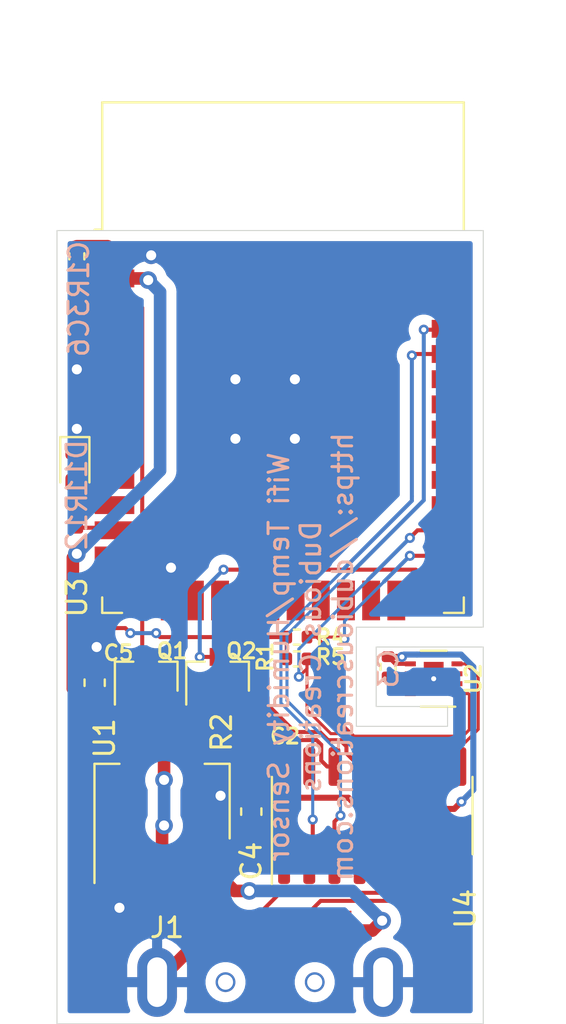
<source format=kicad_pcb>
(kicad_pcb (version 20171130) (host pcbnew "(5.1.9)-1")

  (general
    (thickness 1.6)
    (drawings 16)
    (tracks 264)
    (zones 0)
    (modules 20)
    (nets 18)
  )

  (page A4)
  (layers
    (0 F.Cu signal)
    (1 In1.Cu power)
    (2 In2.Cu power)
    (31 B.Cu signal)
    (32 B.Adhes user)
    (33 F.Adhes user)
    (34 B.Paste user)
    (35 F.Paste user)
    (36 B.SilkS user)
    (37 F.SilkS user)
    (38 B.Mask user)
    (39 F.Mask user)
    (40 Dwgs.User user)
    (41 Cmts.User user)
    (42 Eco1.User user)
    (43 Eco2.User user)
    (44 Edge.Cuts user)
    (45 Margin user)
    (46 B.CrtYd user)
    (47 F.CrtYd user)
    (48 B.Fab user)
    (49 F.Fab user)
  )

  (setup
    (last_trace_width 0.1524)
    (user_trace_width 0.1524)
    (user_trace_width 0.2032)
    (user_trace_width 0.3048)
    (user_trace_width 0.635)
    (trace_clearance 0.1524)
    (zone_clearance 0.508)
    (zone_45_only yes)
    (trace_min 0.127)
    (via_size 0.508)
    (via_drill 0.254)
    (via_min_size 0.4572)
    (via_min_drill 0.2032)
    (user_via 0.508 0.254)
    (user_via 0.889 0.508)
    (uvia_size 0.3)
    (uvia_drill 0.1)
    (uvias_allowed no)
    (uvia_min_size 0.2)
    (uvia_min_drill 0.1)
    (edge_width 0.05)
    (segment_width 0.2)
    (pcb_text_width 0.3)
    (pcb_text_size 1.5 1.5)
    (mod_edge_width 0.12)
    (mod_text_size 1 1)
    (mod_text_width 0.15)
    (pad_size 1.524 1.524)
    (pad_drill 0.762)
    (pad_to_mask_clearance 0)
    (aux_axis_origin 0 0)
    (visible_elements 7FFFFFFF)
    (pcbplotparams
      (layerselection 0x210f8_fffffff9)
      (usegerberextensions false)
      (usegerberattributes false)
      (usegerberadvancedattributes false)
      (creategerberjobfile false)
      (excludeedgelayer true)
      (linewidth 0.100000)
      (plotframeref false)
      (viasonmask false)
      (mode 1)
      (useauxorigin false)
      (hpglpennumber 1)
      (hpglpenspeed 20)
      (hpglpendiameter 15.000000)
      (psnegative false)
      (psa4output false)
      (plotreference true)
      (plotvalue true)
      (plotinvisibletext false)
      (padsonsilk false)
      (subtractmaskfromsilk false)
      (outputformat 1)
      (mirror false)
      (drillshape 0)
      (scaleselection 1)
      (outputdirectory "./"))
  )

  (net 0 "")
  (net 1 GND)
  (net 2 +3V3)
  (net 3 /EN)
  (net 4 VBUS)
  (net 5 /USB_RTS)
  (net 6 "Net-(Q1-Pad1)")
  (net 7 /IO0)
  (net 8 /USB_DTR)
  (net 9 "Net-(Q2-Pad1)")
  (net 10 /USB_TX)
  (net 11 /USB_RX)
  (net 12 "Net-(D11-Pad2)")
  (net 13 /LED1)
  (net 14 /USB_DM)
  (net 15 /USB_DP)
  (net 16 /SDA)
  (net 17 /SCL)

  (net_class Default "This is the default net class."
    (clearance 0.1524)
    (trace_width 0.1524)
    (via_dia 0.508)
    (via_drill 0.254)
    (uvia_dia 0.3)
    (uvia_drill 0.1)
    (add_net +3V3)
    (add_net /EN)
    (add_net /IO0)
    (add_net /LED1)
    (add_net /SCL)
    (add_net /SDA)
    (add_net /USB_DM)
    (add_net /USB_DP)
    (add_net /USB_DTR)
    (add_net /USB_RTS)
    (add_net /USB_RX)
    (add_net /USB_TX)
    (add_net GND)
    (add_net "Net-(D11-Pad2)")
    (add_net "Net-(Q1-Pad1)")
    (add_net "Net-(Q2-Pad1)")
    (add_net VBUS)
  )

  (net_class Power ""
    (clearance 0.1524)
    (trace_width 0.635)
    (via_dia 0.889)
    (via_drill 0.508)
    (uvia_dia 0.3)
    (uvia_drill 0.1)
  )

  (module Resistor_SMD:R_0402_1005Metric (layer F.Cu) (tedit 5F68FEEE) (tstamp 60CEE8A4)
    (at 61.1 63.1 180)
    (descr "Resistor SMD 0402 (1005 Metric), square (rectangular) end terminal, IPC_7351 nominal, (Body size source: IPC-SM-782 page 72, https://www.pcb-3d.com/wordpress/wp-content/uploads/ipc-sm-782a_amendment_1_and_2.pdf), generated with kicad-footprint-generator")
    (tags resistor)
    (path /60D8FEB9)
    (attr smd)
    (fp_text reference R5 (at -1.7 0.1) (layer F.SilkS)
      (effects (font (size 0.762 0.762) (thickness 0.15)))
    )
    (fp_text value 10kR (at 0 1.17) (layer F.Fab)
      (effects (font (size 1 1) (thickness 0.15)))
    )
    (fp_line (start 0.93 0.47) (end -0.93 0.47) (layer F.CrtYd) (width 0.05))
    (fp_line (start 0.93 -0.47) (end 0.93 0.47) (layer F.CrtYd) (width 0.05))
    (fp_line (start -0.93 -0.47) (end 0.93 -0.47) (layer F.CrtYd) (width 0.05))
    (fp_line (start -0.93 0.47) (end -0.93 -0.47) (layer F.CrtYd) (width 0.05))
    (fp_line (start -0.153641 0.38) (end 0.153641 0.38) (layer F.SilkS) (width 0.12))
    (fp_line (start -0.153641 -0.38) (end 0.153641 -0.38) (layer F.SilkS) (width 0.12))
    (fp_line (start 0.525 0.27) (end -0.525 0.27) (layer F.Fab) (width 0.1))
    (fp_line (start 0.525 -0.27) (end 0.525 0.27) (layer F.Fab) (width 0.1))
    (fp_line (start -0.525 -0.27) (end 0.525 -0.27) (layer F.Fab) (width 0.1))
    (fp_line (start -0.525 0.27) (end -0.525 -0.27) (layer F.Fab) (width 0.1))
    (fp_text user %R (at 0 0) (layer F.Fab)
      (effects (font (size 0.26 0.26) (thickness 0.04)))
    )
    (pad 2 smd roundrect (at 0.51 0 180) (size 0.54 0.64) (layers F.Cu F.Paste F.Mask) (roundrect_rratio 0.25)
      (net 2 +3V3))
    (pad 1 smd roundrect (at -0.51 0 180) (size 0.54 0.64) (layers F.Cu F.Paste F.Mask) (roundrect_rratio 0.25)
      (net 17 /SCL))
    (model ${KISYS3DMOD}/Resistor_SMD.3dshapes/R_0402_1005Metric.wrl
      (at (xyz 0 0 0))
      (scale (xyz 1 1 1))
      (rotate (xyz 0 0 0))
    )
  )

  (module Resistor_SMD:R_0402_1005Metric (layer F.Cu) (tedit 5F68FEEE) (tstamp 60CEE893)
    (at 61.1 62 180)
    (descr "Resistor SMD 0402 (1005 Metric), square (rectangular) end terminal, IPC_7351 nominal, (Body size source: IPC-SM-782 page 72, https://www.pcb-3d.com/wordpress/wp-content/uploads/ipc-sm-782a_amendment_1_and_2.pdf), generated with kicad-footprint-generator")
    (tags resistor)
    (path /60D8F2C2)
    (attr smd)
    (fp_text reference R4 (at -1.7 0 180) (layer F.SilkS)
      (effects (font (size 0.762 0.762) (thickness 0.15)))
    )
    (fp_text value 10kR (at 0 1.17) (layer F.Fab)
      (effects (font (size 1 1) (thickness 0.15)))
    )
    (fp_line (start 0.93 0.47) (end -0.93 0.47) (layer F.CrtYd) (width 0.05))
    (fp_line (start 0.93 -0.47) (end 0.93 0.47) (layer F.CrtYd) (width 0.05))
    (fp_line (start -0.93 -0.47) (end 0.93 -0.47) (layer F.CrtYd) (width 0.05))
    (fp_line (start -0.93 0.47) (end -0.93 -0.47) (layer F.CrtYd) (width 0.05))
    (fp_line (start -0.153641 0.38) (end 0.153641 0.38) (layer F.SilkS) (width 0.12))
    (fp_line (start -0.153641 -0.38) (end 0.153641 -0.38) (layer F.SilkS) (width 0.12))
    (fp_line (start 0.525 0.27) (end -0.525 0.27) (layer F.Fab) (width 0.1))
    (fp_line (start 0.525 -0.27) (end 0.525 0.27) (layer F.Fab) (width 0.1))
    (fp_line (start -0.525 -0.27) (end 0.525 -0.27) (layer F.Fab) (width 0.1))
    (fp_line (start -0.525 0.27) (end -0.525 -0.27) (layer F.Fab) (width 0.1))
    (fp_text user %R (at 0 0) (layer F.Fab)
      (effects (font (size 0.26 0.26) (thickness 0.04)))
    )
    (pad 2 smd roundrect (at 0.51 0 180) (size 0.54 0.64) (layers F.Cu F.Paste F.Mask) (roundrect_rratio 0.25)
      (net 2 +3V3))
    (pad 1 smd roundrect (at -0.51 0 180) (size 0.54 0.64) (layers F.Cu F.Paste F.Mask) (roundrect_rratio 0.25)
      (net 16 /SDA))
    (model ${KISYS3DMOD}/Resistor_SMD.3dshapes/R_0402_1005Metric.wrl
      (at (xyz 0 0 0))
      (scale (xyz 1 1 1))
      (rotate (xyz 0 0 0))
    )
  )

  (module Resistor_SMD:R_0402_1005Metric (layer F.Cu) (tedit 5F68FEEE) (tstamp 60CEE6EC)
    (at 65.7 63.5 270)
    (descr "Resistor SMD 0402 (1005 Metric), square (rectangular) end terminal, IPC_7351 nominal, (Body size source: IPC-SM-782 page 72, https://www.pcb-3d.com/wordpress/wp-content/uploads/ipc-sm-782a_amendment_1_and_2.pdf), generated with kicad-footprint-generator")
    (tags resistor)
    (path /60D963A7)
    (attr smd)
    (fp_text reference C3 (at 0.1 0 90) (layer B.SilkS)
      (effects (font (size 1 1) (thickness 0.15)) (justify mirror))
    )
    (fp_text value 0.1uF (at 0 1.17 90) (layer F.Fab)
      (effects (font (size 1 1) (thickness 0.15)))
    )
    (fp_line (start 0.93 0.47) (end -0.93 0.47) (layer F.CrtYd) (width 0.05))
    (fp_line (start 0.93 -0.47) (end 0.93 0.47) (layer F.CrtYd) (width 0.05))
    (fp_line (start -0.93 -0.47) (end 0.93 -0.47) (layer F.CrtYd) (width 0.05))
    (fp_line (start -0.93 0.47) (end -0.93 -0.47) (layer F.CrtYd) (width 0.05))
    (fp_line (start -0.153641 0.38) (end 0.153641 0.38) (layer F.SilkS) (width 0.12))
    (fp_line (start -0.153641 -0.38) (end 0.153641 -0.38) (layer F.SilkS) (width 0.12))
    (fp_line (start 0.525 0.27) (end -0.525 0.27) (layer F.Fab) (width 0.1))
    (fp_line (start 0.525 -0.27) (end 0.525 0.27) (layer F.Fab) (width 0.1))
    (fp_line (start -0.525 -0.27) (end 0.525 -0.27) (layer F.Fab) (width 0.1))
    (fp_line (start -0.525 0.27) (end -0.525 -0.27) (layer F.Fab) (width 0.1))
    (fp_text user %R (at 0 0 90) (layer F.Fab)
      (effects (font (size 0.26 0.26) (thickness 0.04)))
    )
    (pad 2 smd roundrect (at 0.51 0 270) (size 0.54 0.64) (layers F.Cu F.Paste F.Mask) (roundrect_rratio 0.25)
      (net 1 GND))
    (pad 1 smd roundrect (at -0.51 0 270) (size 0.54 0.64) (layers F.Cu F.Paste F.Mask) (roundrect_rratio 0.25)
      (net 2 +3V3))
    (model ${KISYS3DMOD}/Resistor_SMD.3dshapes/R_0402_1005Metric.wrl
      (at (xyz 0 0 0))
      (scale (xyz 1 1 1))
      (rotate (xyz 0 0 0))
    )
  )

  (module Resistor_SMD:R_0603_1608Metric (layer F.Cu) (tedit 5B301BBD) (tstamp 5DA2A025)
    (at 50.9 64.3 90)
    (descr "Resistor SMD 0603 (1608 Metric), square (rectangular) end terminal, IPC_7351 nominal, (Body size source: http://www.tortai-tech.com/upload/download/2011102023233369053.pdf), generated with kicad-footprint-generator")
    (tags resistor)
    (path /5DA8FDAE)
    (attr smd)
    (fp_text reference C5 (at 1.5 1.2) (layer F.SilkS)
      (effects (font (size 0.762 0.762) (thickness 0.15)))
    )
    (fp_text value 22uF (at 0 1.43 90) (layer F.Fab)
      (effects (font (size 1 1) (thickness 0.15)))
    )
    (fp_line (start 1.48 0.73) (end -1.48 0.73) (layer F.CrtYd) (width 0.05))
    (fp_line (start 1.48 -0.73) (end 1.48 0.73) (layer F.CrtYd) (width 0.05))
    (fp_line (start -1.48 -0.73) (end 1.48 -0.73) (layer F.CrtYd) (width 0.05))
    (fp_line (start -1.48 0.73) (end -1.48 -0.73) (layer F.CrtYd) (width 0.05))
    (fp_line (start -0.162779 0.51) (end 0.162779 0.51) (layer F.SilkS) (width 0.12))
    (fp_line (start -0.162779 -0.51) (end 0.162779 -0.51) (layer F.SilkS) (width 0.12))
    (fp_line (start 0.8 0.4) (end -0.8 0.4) (layer F.Fab) (width 0.1))
    (fp_line (start 0.8 -0.4) (end 0.8 0.4) (layer F.Fab) (width 0.1))
    (fp_line (start -0.8 -0.4) (end 0.8 -0.4) (layer F.Fab) (width 0.1))
    (fp_line (start -0.8 0.4) (end -0.8 -0.4) (layer F.Fab) (width 0.1))
    (fp_text user %R (at 0 0 90) (layer F.Fab)
      (effects (font (size 0.4 0.4) (thickness 0.06)))
    )
    (pad 2 smd roundrect (at 0.7875 0 90) (size 0.875 0.95) (layers F.Cu F.Paste F.Mask) (roundrect_rratio 0.25)
      (net 1 GND))
    (pad 1 smd roundrect (at -0.7875 0 90) (size 0.875 0.95) (layers F.Cu F.Paste F.Mask) (roundrect_rratio 0.25)
      (net 2 +3V3))
    (model ${KISYS3DMOD}/Resistor_SMD.3dshapes/R_0603_1608Metric.wrl
      (at (xyz 0 0 0))
      (scale (xyz 1 1 1))
      (rotate (xyz 0 0 0))
    )
  )

  (module Resistor_SMD:R_0402_1005Metric (layer F.Cu) (tedit 5F68FEEE) (tstamp 60CEC816)
    (at 50 42.8 90)
    (descr "Resistor SMD 0402 (1005 Metric), square (rectangular) end terminal, IPC_7351 nominal, (Body size source: IPC-SM-782 page 72, https://www.pcb-3d.com/wordpress/wp-content/uploads/ipc-sm-782a_amendment_1_and_2.pdf), generated with kicad-footprint-generator")
    (tags resistor)
    (path /60D6F226)
    (attr smd)
    (fp_text reference C1 (at -0.2 0.1 90) (layer B.SilkS)
      (effects (font (size 1 1) (thickness 0.15)) (justify mirror))
    )
    (fp_text value 10uF (at 0 1.17 90) (layer F.Fab)
      (effects (font (size 1 1) (thickness 0.15)))
    )
    (fp_line (start 0.93 0.47) (end -0.93 0.47) (layer F.CrtYd) (width 0.05))
    (fp_line (start 0.93 -0.47) (end 0.93 0.47) (layer F.CrtYd) (width 0.05))
    (fp_line (start -0.93 -0.47) (end 0.93 -0.47) (layer F.CrtYd) (width 0.05))
    (fp_line (start -0.93 0.47) (end -0.93 -0.47) (layer F.CrtYd) (width 0.05))
    (fp_line (start -0.153641 0.38) (end 0.153641 0.38) (layer F.SilkS) (width 0.12))
    (fp_line (start -0.153641 -0.38) (end 0.153641 -0.38) (layer F.SilkS) (width 0.12))
    (fp_line (start 0.525 0.27) (end -0.525 0.27) (layer F.Fab) (width 0.1))
    (fp_line (start 0.525 -0.27) (end 0.525 0.27) (layer F.Fab) (width 0.1))
    (fp_line (start -0.525 -0.27) (end 0.525 -0.27) (layer F.Fab) (width 0.1))
    (fp_line (start -0.525 0.27) (end -0.525 -0.27) (layer F.Fab) (width 0.1))
    (fp_text user %R (at 0 0 90) (layer F.Fab)
      (effects (font (size 0.26 0.26) (thickness 0.04)))
    )
    (pad 2 smd roundrect (at 0.51 0 90) (size 0.54 0.64) (layers F.Cu F.Paste F.Mask) (roundrect_rratio 0.25)
      (net 1 GND))
    (pad 1 smd roundrect (at -0.51 0 90) (size 0.54 0.64) (layers F.Cu F.Paste F.Mask) (roundrect_rratio 0.25)
      (net 2 +3V3))
    (model ${KISYS3DMOD}/Resistor_SMD.3dshapes/R_0402_1005Metric.wrl
      (at (xyz 0 0 0))
      (scale (xyz 1 1 1))
      (rotate (xyz 0 0 0))
    )
  )

  (module Package_SO:SOIC-16_3.9x9.9mm_P1.27mm (layer F.Cu) (tedit 5D9F72B1) (tstamp 60CE4345)
    (at 64.9 71 90)
    (descr "SOIC, 16 Pin (JEDEC MS-012AC, https://www.analog.com/media/en/package-pcb-resources/package/pkg_pdf/soic_narrow-r/r_16.pdf), generated with kicad-footprint-generator ipc_gullwing_generator.py")
    (tags "SOIC SO")
    (path /60D1958C)
    (attr smd)
    (fp_text reference U4 (at -4.7 4.7 90) (layer F.SilkS)
      (effects (font (size 1 1) (thickness 0.15)))
    )
    (fp_text value CH340C (at 0 5.9 90) (layer F.Fab)
      (effects (font (size 1 1) (thickness 0.15)))
    )
    (fp_line (start 3.7 -5.2) (end -3.7 -5.2) (layer F.CrtYd) (width 0.05))
    (fp_line (start 3.7 5.2) (end 3.7 -5.2) (layer F.CrtYd) (width 0.05))
    (fp_line (start -3.7 5.2) (end 3.7 5.2) (layer F.CrtYd) (width 0.05))
    (fp_line (start -3.7 -5.2) (end -3.7 5.2) (layer F.CrtYd) (width 0.05))
    (fp_line (start -1.95 -3.975) (end -0.975 -4.95) (layer F.Fab) (width 0.1))
    (fp_line (start -1.95 4.95) (end -1.95 -3.975) (layer F.Fab) (width 0.1))
    (fp_line (start 1.95 4.95) (end -1.95 4.95) (layer F.Fab) (width 0.1))
    (fp_line (start 1.95 -4.95) (end 1.95 4.95) (layer F.Fab) (width 0.1))
    (fp_line (start -0.975 -4.95) (end 1.95 -4.95) (layer F.Fab) (width 0.1))
    (fp_line (start 0 -5.06) (end -3.45 -5.06) (layer F.SilkS) (width 0.12))
    (fp_line (start 0 -5.06) (end 1.95 -5.06) (layer F.SilkS) (width 0.12))
    (fp_line (start 0 5.06) (end -1.95 5.06) (layer F.SilkS) (width 0.12))
    (fp_line (start 0 5.06) (end 1.95 5.06) (layer F.SilkS) (width 0.12))
    (fp_text user %R (at 0 0 90) (layer F.Fab)
      (effects (font (size 0.98 0.98) (thickness 0.15)))
    )
    (pad 16 smd roundrect (at 2.475 -4.445 90) (size 1.95 0.6) (layers F.Cu F.Paste F.Mask) (roundrect_rratio 0.25)
      (net 2 +3V3))
    (pad 15 smd roundrect (at 2.475 -3.175 90) (size 1.95 0.6) (layers F.Cu F.Paste F.Mask) (roundrect_rratio 0.25))
    (pad 14 smd roundrect (at 2.475 -1.905 90) (size 1.95 0.6) (layers F.Cu F.Paste F.Mask) (roundrect_rratio 0.25)
      (net 5 /USB_RTS))
    (pad 13 smd roundrect (at 2.475 -0.635 90) (size 1.95 0.6) (layers F.Cu F.Paste F.Mask) (roundrect_rratio 0.25)
      (net 8 /USB_DTR))
    (pad 12 smd roundrect (at 2.475 0.635 90) (size 1.95 0.6) (layers F.Cu F.Paste F.Mask) (roundrect_rratio 0.25))
    (pad 11 smd roundrect (at 2.475 1.905 90) (size 1.95 0.6) (layers F.Cu F.Paste F.Mask) (roundrect_rratio 0.25))
    (pad 10 smd roundrect (at 2.475 3.175 90) (size 1.95 0.6) (layers F.Cu F.Paste F.Mask) (roundrect_rratio 0.25))
    (pad 9 smd roundrect (at 2.475 4.445 90) (size 1.95 0.6) (layers F.Cu F.Paste F.Mask) (roundrect_rratio 0.25))
    (pad 8 smd roundrect (at -2.475 4.445 90) (size 1.95 0.6) (layers F.Cu F.Paste F.Mask) (roundrect_rratio 0.25))
    (pad 7 smd roundrect (at -2.475 3.175 90) (size 1.95 0.6) (layers F.Cu F.Paste F.Mask) (roundrect_rratio 0.25))
    (pad 6 smd roundrect (at -2.475 1.905 90) (size 1.95 0.6) (layers F.Cu F.Paste F.Mask) (roundrect_rratio 0.25)
      (net 14 /USB_DM))
    (pad 5 smd roundrect (at -2.475 0.635 90) (size 1.95 0.6) (layers F.Cu F.Paste F.Mask) (roundrect_rratio 0.25)
      (net 15 /USB_DP))
    (pad 4 smd roundrect (at -2.475 -0.635 90) (size 1.95 0.6) (layers F.Cu F.Paste F.Mask) (roundrect_rratio 0.25)
      (net 2 +3V3))
    (pad 3 smd roundrect (at -2.475 -1.905 90) (size 1.95 0.6) (layers F.Cu F.Paste F.Mask) (roundrect_rratio 0.25)
      (net 11 /USB_RX))
    (pad 2 smd roundrect (at -2.475 -3.175 90) (size 1.95 0.6) (layers F.Cu F.Paste F.Mask) (roundrect_rratio 0.25)
      (net 10 /USB_TX))
    (pad 1 smd roundrect (at -2.475 -4.445 90) (size 1.95 0.6) (layers F.Cu F.Paste F.Mask) (roundrect_rratio 0.25)
      (net 1 GND))
    (model ${KISYS3DMOD}/Package_SO.3dshapes/SOIC-16_3.9x9.9mm_P1.27mm.wrl
      (at (xyz 0 0 0))
      (scale (xyz 1 1 1))
      (rotate (xyz 0 0 0))
    )
  )

  (module usb:USB-A-XKB_U217 (layer F.Cu) (tedit 60CE3D00) (tstamp 60CEAFE8)
    (at 59.75 79.4)
    (path /60D06C6F)
    (attr smd)
    (fp_text reference J1 (at -5.2 -2.75) (layer F.SilkS)
      (effects (font (size 1 1) (thickness 0.15)))
    )
    (fp_text value USB_A (at 0 0.1) (layer F.Fab)
      (effects (font (size 1 1) (thickness 0.15)))
    )
    (pad 5 thru_hole oval (at -5.7 0) (size 2 3.5) (drill oval 1 2.5) (layers *.Cu *.Mask)
      (net 1 GND))
    (pad 5 thru_hole oval (at 5.7 0) (size 2 3.5) (drill oval 1 2.5) (layers *.Cu *.Mask)
      (net 1 GND))
    (pad 4 smd rect (at -3.5 -2.6) (size 1.2 2) (layers F.Cu F.Paste F.Mask)
      (net 1 GND))
    (pad 3 smd rect (at -1 -2.6) (size 1.2 2) (layers F.Cu F.Paste F.Mask)
      (net 15 /USB_DP))
    (pad 2 smd rect (at 1 -2.6) (size 1.2 2) (layers F.Cu F.Paste F.Mask)
      (net 14 /USB_DM))
    (pad 1 smd rect (at 3.5 -2.6) (size 1.2 2) (layers F.Cu F.Paste F.Mask)
      (net 4 VBUS))
    (pad "" np_thru_hole circle (at 2.25 0) (size 1 1) (drill 0.762) (layers *.Cu *.Mask))
    (pad "" np_thru_hole circle (at -2.25 0) (size 1 1) (drill 0.762) (layers *.Cu *.Mask))
  )

  (module Sensor_Humidity:Sensirion_DFN-8-1EP_2.5x2.5mm_P0.5mm_EP1.1x1.7mm (layer F.Cu) (tedit 5F15CF57) (tstamp 60CE4247)
    (at 68 64.1 180)
    (descr "Sensirion DFN-8 SHT3x-DIS (https://www.sensirion.com/fileadmin/user_upload/customers/sensirion/Dokumente/2_Humidity_Sensors/Datasheets/Sensirion_Humidity_Sensors_SHT3x_Datasheet_digital.pdf)")
    (tags "sensirion dfn nolead")
    (path /60D3852C)
    (attr smd)
    (fp_text reference U2 (at -2 0 90) (layer F.SilkS)
      (effects (font (size 0.762 0.762) (thickness 0.15)))
    )
    (fp_text value SHT31-DIS (at 0 2.5) (layer F.Fab)
      (effects (font (size 1 1) (thickness 0.15)))
    )
    (fp_line (start -0.75 -1.25) (end 1.25 -1.25) (layer F.Fab) (width 0.1))
    (fp_line (start 1.25 -1.25) (end 1.25 1.25) (layer F.Fab) (width 0.1))
    (fp_line (start 1.25 1.25) (end -1.25 1.25) (layer F.Fab) (width 0.1))
    (fp_line (start -1.25 1.25) (end -1.25 -0.75) (layer F.Fab) (width 0.1))
    (fp_line (start -1.25 -0.75) (end -0.75 -1.25) (layer F.Fab) (width 0.1))
    (fp_line (start -1.7 -1.5) (end -1.7 1.5) (layer F.CrtYd) (width 0.05))
    (fp_line (start 1.7 -1.5) (end 1.7 1.5) (layer F.CrtYd) (width 0.05))
    (fp_line (start -1.7 -1.5) (end 1.7 -1.5) (layer F.CrtYd) (width 0.05))
    (fp_line (start -1.7 1.5) (end 1.7 1.5) (layer F.CrtYd) (width 0.05))
    (fp_line (start -0.65 1.41) (end 0.65 1.41) (layer F.SilkS) (width 0.12))
    (fp_line (start -1.09 -1.41) (end 0.65 -1.41) (layer F.SilkS) (width 0.12))
    (fp_text user %R (at 0 0) (layer F.Fab)
      (effects (font (size 0.4 0.4) (thickness 0.06)))
    )
    (pad 1 smd rect (at -1.175 -0.75 180) (size 0.55 0.25) (layers F.Cu F.Paste F.Mask)
      (net 16 /SDA))
    (pad 2 smd rect (at -1.175 -0.25 180) (size 0.55 0.25) (layers F.Cu F.Paste F.Mask)
      (net 1 GND))
    (pad 3 smd rect (at -1.175 0.25 180) (size 0.55 0.25) (layers F.Cu F.Paste F.Mask))
    (pad 4 smd rect (at -1.175 0.75) (size 0.55 0.25) (layers F.Cu F.Paste F.Mask)
      (net 17 /SCL))
    (pad 5 smd rect (at 1.175 0.75 180) (size 0.55 0.25) (layers F.Cu F.Paste F.Mask)
      (net 2 +3V3))
    (pad 6 smd rect (at 1.175 0.25 180) (size 0.55 0.25) (layers F.Cu F.Paste F.Mask))
    (pad 7 smd rect (at 1.175 -0.25 180) (size 0.55 0.25) (layers F.Cu F.Paste F.Mask)
      (net 1 GND))
    (pad 8 smd rect (at 1.175 -0.75 180) (size 0.55 0.25) (layers F.Cu F.Paste F.Mask)
      (net 1 GND))
    (pad 9 smd custom (at 0 0 180) (size 1 1) (layers F.Cu F.Mask)
      (net 1 GND) (zone_connect 0)
      (options (clearance outline) (anchor circle))
      (primitives
        (gr_poly (pts
           (xy 0.5 0.85) (xy -0.5 0.85) (xy -0.5 -0.55) (xy -0.2 -0.85) (xy 0.5 -0.85)
) (width 0))
      ))
    (pad "" smd custom (at 0 0 180) (size 0.9 0.9) (layers F.Paste)
      (zone_connect 0)
      (options (clearance outline) (anchor rect))
      (primitives
        (gr_poly (pts
           (xy 0.45 0.8) (xy -0.45 0.8) (xy -0.45 -0.53) (xy -0.18 -0.8) (xy 0.45 -0.8)
) (width 0))
      ))
    (model ${KISYS3DMOD}/Sensor_Humidity.3dshapes/Sensirion_DFN-8-1EP_2.5x2.5mm_P0.5mm_EP1.1x1.7mm.wrl
      (at (xyz 0 0 0))
      (scale (xyz 1 1 1))
      (rotate (xyz 0 0 0))
    )
  )

  (module Resistor_SMD:R_0402_1005Metric (layer F.Cu) (tedit 5B301BBD) (tstamp 5DA46046)
    (at 50 56 90)
    (descr "Resistor SMD 0402 (1005 Metric), square (rectangular) end terminal, IPC_7351 nominal, (Body size source: http://www.tortai-tech.com/upload/download/2011102023233369053.pdf), generated with kicad-footprint-generator")
    (tags resistor)
    (path /5DD4C0DD)
    (attr smd)
    (fp_text reference R12 (at -0.2 0 90) (layer B.SilkS)
      (effects (font (size 1 1) (thickness 0.15)) (justify mirror))
    )
    (fp_text value 47R (at 0 1.17 90) (layer F.Fab)
      (effects (font (size 1 1) (thickness 0.15)))
    )
    (fp_line (start 0.93 0.47) (end -0.93 0.47) (layer F.CrtYd) (width 0.05))
    (fp_line (start 0.93 -0.47) (end 0.93 0.47) (layer F.CrtYd) (width 0.05))
    (fp_line (start -0.93 -0.47) (end 0.93 -0.47) (layer F.CrtYd) (width 0.05))
    (fp_line (start -0.93 0.47) (end -0.93 -0.47) (layer F.CrtYd) (width 0.05))
    (fp_line (start 0.5 0.25) (end -0.5 0.25) (layer F.Fab) (width 0.1))
    (fp_line (start 0.5 -0.25) (end 0.5 0.25) (layer F.Fab) (width 0.1))
    (fp_line (start -0.5 -0.25) (end 0.5 -0.25) (layer F.Fab) (width 0.1))
    (fp_line (start -0.5 0.25) (end -0.5 -0.25) (layer F.Fab) (width 0.1))
    (fp_text user %R (at 0 0 90) (layer F.Fab)
      (effects (font (size 0.25 0.25) (thickness 0.04)))
    )
    (pad 2 smd roundrect (at 0.485 0 90) (size 0.59 0.64) (layers F.Cu F.Paste F.Mask) (roundrect_rratio 0.25)
      (net 12 "Net-(D11-Pad2)"))
    (pad 1 smd roundrect (at -0.485 0 90) (size 0.59 0.64) (layers F.Cu F.Paste F.Mask) (roundrect_rratio 0.25)
      (net 13 /LED1))
    (model ${KISYS3DMOD}/Resistor_SMD.3dshapes/R_0402_1005Metric.wrl
      (at (xyz 0 0 0))
      (scale (xyz 1 1 1))
      (rotate (xyz 0 0 0))
    )
  )

  (module LED_SMD:LED_0603_1608Metric (layer F.Cu) (tedit 5B301BBE) (tstamp 5DA4592C)
    (at 49.9 53.4 270)
    (descr "LED SMD 0603 (1608 Metric), square (rectangular) end terminal, IPC_7351 nominal, (Body size source: http://www.tortai-tech.com/upload/download/2011102023233369053.pdf), generated with kicad-footprint-generator")
    (tags diode)
    (path /5DD27AC2)
    (attr smd)
    (fp_text reference D11 (at 0.1 -0.1 90) (layer B.SilkS)
      (effects (font (size 1 1) (thickness 0.15)) (justify mirror))
    )
    (fp_text value Green (at 0 1.43 90) (layer F.Fab)
      (effects (font (size 1 1) (thickness 0.15)))
    )
    (fp_line (start 1.48 0.73) (end -1.48 0.73) (layer F.CrtYd) (width 0.05))
    (fp_line (start 1.48 -0.73) (end 1.48 0.73) (layer F.CrtYd) (width 0.05))
    (fp_line (start -1.48 -0.73) (end 1.48 -0.73) (layer F.CrtYd) (width 0.05))
    (fp_line (start -1.48 0.73) (end -1.48 -0.73) (layer F.CrtYd) (width 0.05))
    (fp_line (start -1.485 0.735) (end 0.8 0.735) (layer F.SilkS) (width 0.12))
    (fp_line (start -1.485 -0.735) (end -1.485 0.735) (layer F.SilkS) (width 0.12))
    (fp_line (start 0.8 -0.735) (end -1.485 -0.735) (layer F.SilkS) (width 0.12))
    (fp_line (start 0.8 0.4) (end 0.8 -0.4) (layer F.Fab) (width 0.1))
    (fp_line (start -0.8 0.4) (end 0.8 0.4) (layer F.Fab) (width 0.1))
    (fp_line (start -0.8 -0.1) (end -0.8 0.4) (layer F.Fab) (width 0.1))
    (fp_line (start -0.5 -0.4) (end -0.8 -0.1) (layer F.Fab) (width 0.1))
    (fp_line (start 0.8 -0.4) (end -0.5 -0.4) (layer F.Fab) (width 0.1))
    (fp_text user %R (at 0 0 90) (layer F.Fab)
      (effects (font (size 0.4 0.4) (thickness 0.06)))
    )
    (pad 2 smd roundrect (at 0.7875 0 270) (size 0.875 0.95) (layers F.Cu F.Paste F.Mask) (roundrect_rratio 0.25)
      (net 12 "Net-(D11-Pad2)"))
    (pad 1 smd roundrect (at -0.7875 0 270) (size 0.875 0.95) (layers F.Cu F.Paste F.Mask) (roundrect_rratio 0.25)
      (net 1 GND))
    (model ${KISYS3DMOD}/LED_SMD.3dshapes/LED_0603_1608Metric.wrl
      (at (xyz 0 0 0))
      (scale (xyz 1 1 1))
      (rotate (xyz 0 0 0))
    )
  )

  (module RF_Module:ESP32-WROOM-32 (layer F.Cu) (tedit 5B5B4654) (tstamp 5DA2A19D)
    (at 60.4 50.9)
    (descr "Single 2.4 GHz Wi-Fi and Bluetooth combo chip https://www.espressif.com/sites/default/files/documentation/esp32-wroom-32_datasheet_en.pdf")
    (tags "Single 2.4 GHz Wi-Fi and Bluetooth combo  chip")
    (path /5DA6EDCB)
    (attr smd)
    (fp_text reference U3 (at -10.4 9.1 270) (layer F.SilkS)
      (effects (font (size 1 1) (thickness 0.15)))
    )
    (fp_text value ESP32-WROOM-32 (at 0 11.5) (layer F.Fab)
      (effects (font (size 1 1) (thickness 0.15)))
    )
    (fp_line (start -9.12 -9.445) (end -9.5 -9.445) (layer F.SilkS) (width 0.12))
    (fp_line (start -9.12 -15.865) (end -9.12 -9.445) (layer F.SilkS) (width 0.12))
    (fp_line (start 9.12 -15.865) (end 9.12 -9.445) (layer F.SilkS) (width 0.12))
    (fp_line (start -9.12 -15.865) (end 9.12 -15.865) (layer F.SilkS) (width 0.12))
    (fp_line (start 9.12 9.88) (end 8.12 9.88) (layer F.SilkS) (width 0.12))
    (fp_line (start 9.12 9.1) (end 9.12 9.88) (layer F.SilkS) (width 0.12))
    (fp_line (start -9.12 9.88) (end -8.12 9.88) (layer F.SilkS) (width 0.12))
    (fp_line (start -9.12 9.1) (end -9.12 9.88) (layer F.SilkS) (width 0.12))
    (fp_line (start 8.4 -20.6) (end 8.2 -20.4) (layer Cmts.User) (width 0.1))
    (fp_line (start 8.4 -16) (end 8.4 -20.6) (layer Cmts.User) (width 0.1))
    (fp_line (start 8.4 -20.6) (end 8.6 -20.4) (layer Cmts.User) (width 0.1))
    (fp_line (start 8.4 -16) (end 8.6 -16.2) (layer Cmts.User) (width 0.1))
    (fp_line (start 8.4 -16) (end 8.2 -16.2) (layer Cmts.User) (width 0.1))
    (fp_line (start -9.2 -13.875) (end -9.4 -14.075) (layer Cmts.User) (width 0.1))
    (fp_line (start -13.8 -13.875) (end -9.2 -13.875) (layer Cmts.User) (width 0.1))
    (fp_line (start -9.2 -13.875) (end -9.4 -13.675) (layer Cmts.User) (width 0.1))
    (fp_line (start -13.8 -13.875) (end -13.6 -13.675) (layer Cmts.User) (width 0.1))
    (fp_line (start -13.8 -13.875) (end -13.6 -14.075) (layer Cmts.User) (width 0.1))
    (fp_line (start 9.2 -13.875) (end 9.4 -13.675) (layer Cmts.User) (width 0.1))
    (fp_line (start 9.2 -13.875) (end 9.4 -14.075) (layer Cmts.User) (width 0.1))
    (fp_line (start 13.8 -13.875) (end 13.6 -13.675) (layer Cmts.User) (width 0.1))
    (fp_line (start 13.8 -13.875) (end 13.6 -14.075) (layer Cmts.User) (width 0.1))
    (fp_line (start 9.2 -13.875) (end 13.8 -13.875) (layer Cmts.User) (width 0.1))
    (fp_line (start 14 -11.585) (end 12 -9.97) (layer Dwgs.User) (width 0.1))
    (fp_line (start 14 -13.2) (end 10 -9.97) (layer Dwgs.User) (width 0.1))
    (fp_line (start 14 -14.815) (end 8 -9.97) (layer Dwgs.User) (width 0.1))
    (fp_line (start 14 -16.43) (end 6 -9.97) (layer Dwgs.User) (width 0.1))
    (fp_line (start 14 -18.045) (end 4 -9.97) (layer Dwgs.User) (width 0.1))
    (fp_line (start 14 -19.66) (end 2 -9.97) (layer Dwgs.User) (width 0.1))
    (fp_line (start 13.475 -20.75) (end 0 -9.97) (layer Dwgs.User) (width 0.1))
    (fp_line (start 11.475 -20.75) (end -2 -9.97) (layer Dwgs.User) (width 0.1))
    (fp_line (start 9.475 -20.75) (end -4 -9.97) (layer Dwgs.User) (width 0.1))
    (fp_line (start 7.475 -20.75) (end -6 -9.97) (layer Dwgs.User) (width 0.1))
    (fp_line (start -8 -9.97) (end 5.475 -20.75) (layer Dwgs.User) (width 0.1))
    (fp_line (start 3.475 -20.75) (end -10 -9.97) (layer Dwgs.User) (width 0.1))
    (fp_line (start 1.475 -20.75) (end -12 -9.97) (layer Dwgs.User) (width 0.1))
    (fp_line (start -0.525 -20.75) (end -14 -9.97) (layer Dwgs.User) (width 0.1))
    (fp_line (start -2.525 -20.75) (end -14 -11.585) (layer Dwgs.User) (width 0.1))
    (fp_line (start -4.525 -20.75) (end -14 -13.2) (layer Dwgs.User) (width 0.1))
    (fp_line (start -6.525 -20.75) (end -14 -14.815) (layer Dwgs.User) (width 0.1))
    (fp_line (start -8.525 -20.75) (end -14 -16.43) (layer Dwgs.User) (width 0.1))
    (fp_line (start -10.525 -20.75) (end -14 -18.045) (layer Dwgs.User) (width 0.1))
    (fp_line (start -12.525 -20.75) (end -14 -19.66) (layer Dwgs.User) (width 0.1))
    (fp_line (start 9.75 -9.72) (end 14.25 -9.72) (layer F.CrtYd) (width 0.05))
    (fp_line (start -14.25 -9.72) (end -9.75 -9.72) (layer F.CrtYd) (width 0.05))
    (fp_line (start 14.25 -21) (end 14.25 -9.72) (layer F.CrtYd) (width 0.05))
    (fp_line (start -14.25 -21) (end -14.25 -9.72) (layer F.CrtYd) (width 0.05))
    (fp_line (start 14 -20.75) (end -14 -20.75) (layer Dwgs.User) (width 0.1))
    (fp_line (start 14 -9.97) (end 14 -20.75) (layer Dwgs.User) (width 0.1))
    (fp_line (start 14 -9.97) (end -14 -9.97) (layer Dwgs.User) (width 0.1))
    (fp_line (start -9 -9.02) (end -8.5 -9.52) (layer F.Fab) (width 0.1))
    (fp_line (start -8.5 -9.52) (end -9 -10.02) (layer F.Fab) (width 0.1))
    (fp_line (start -9 -9.02) (end -9 9.76) (layer F.Fab) (width 0.1))
    (fp_line (start -14.25 -21) (end 14.25 -21) (layer F.CrtYd) (width 0.05))
    (fp_line (start 9.75 -9.72) (end 9.75 10.5) (layer F.CrtYd) (width 0.05))
    (fp_line (start -9.75 10.5) (end 9.75 10.5) (layer F.CrtYd) (width 0.05))
    (fp_line (start -9.75 10.5) (end -9.75 -9.72) (layer F.CrtYd) (width 0.05))
    (fp_line (start -9 -15.745) (end 9 -15.745) (layer F.Fab) (width 0.1))
    (fp_line (start -9 -15.745) (end -9 -10.02) (layer F.Fab) (width 0.1))
    (fp_line (start -9 9.76) (end 9 9.76) (layer F.Fab) (width 0.1))
    (fp_line (start 9 9.76) (end 9 -15.745) (layer F.Fab) (width 0.1))
    (fp_line (start -14 -9.97) (end -14 -20.75) (layer Dwgs.User) (width 0.1))
    (fp_text user "5 mm" (at 7.8 -19.075 90) (layer Cmts.User)
      (effects (font (size 0.5 0.5) (thickness 0.1)))
    )
    (fp_text user "5 mm" (at -11.2 -14.375) (layer Cmts.User)
      (effects (font (size 0.5 0.5) (thickness 0.1)))
    )
    (fp_text user "5 mm" (at 11.8 -14.375) (layer Cmts.User)
      (effects (font (size 0.5 0.5) (thickness 0.1)))
    )
    (fp_text user Antenna (at 0 -13) (layer Cmts.User)
      (effects (font (size 1 1) (thickness 0.15)))
    )
    (fp_text user "KEEP-OUT ZONE" (at 0 -19) (layer Cmts.User)
      (effects (font (size 1 1) (thickness 0.15)))
    )
    (fp_text user %R (at 0 0) (layer F.Fab)
      (effects (font (size 1 1) (thickness 0.15)))
    )
    (pad 38 smd rect (at 8.5 -8.255) (size 2 0.9) (layers F.Cu F.Paste F.Mask)
      (net 1 GND))
    (pad 37 smd rect (at 8.5 -6.985) (size 2 0.9) (layers F.Cu F.Paste F.Mask))
    (pad 36 smd rect (at 8.5 -5.715) (size 2 0.9) (layers F.Cu F.Paste F.Mask))
    (pad 35 smd rect (at 8.5 -4.445) (size 2 0.9) (layers F.Cu F.Paste F.Mask)
      (net 11 /USB_RX))
    (pad 34 smd rect (at 8.5 -3.175) (size 2 0.9) (layers F.Cu F.Paste F.Mask)
      (net 10 /USB_TX))
    (pad 33 smd rect (at 8.5 -1.905) (size 2 0.9) (layers F.Cu F.Paste F.Mask))
    (pad 32 smd rect (at 8.5 -0.635) (size 2 0.9) (layers F.Cu F.Paste F.Mask))
    (pad 31 smd rect (at 8.5 0.635) (size 2 0.9) (layers F.Cu F.Paste F.Mask))
    (pad 30 smd rect (at 8.5 1.905) (size 2 0.9) (layers F.Cu F.Paste F.Mask))
    (pad 29 smd rect (at 8.5 3.175) (size 2 0.9) (layers F.Cu F.Paste F.Mask))
    (pad 28 smd rect (at 8.5 4.445) (size 2 0.9) (layers F.Cu F.Paste F.Mask))
    (pad 27 smd rect (at 8.5 5.715) (size 2 0.9) (layers F.Cu F.Paste F.Mask)
      (net 17 /SCL))
    (pad 26 smd rect (at 8.5 6.985) (size 2 0.9) (layers F.Cu F.Paste F.Mask)
      (net 16 /SDA))
    (pad 25 smd rect (at 8.5 8.255) (size 2 0.9) (layers F.Cu F.Paste F.Mask)
      (net 7 /IO0))
    (pad 24 smd rect (at 5.715 9.255 90) (size 2 0.9) (layers F.Cu F.Paste F.Mask))
    (pad 23 smd rect (at 4.445 9.255 90) (size 2 0.9) (layers F.Cu F.Paste F.Mask))
    (pad 22 smd rect (at 3.175 9.255 90) (size 2 0.9) (layers F.Cu F.Paste F.Mask))
    (pad 21 smd rect (at 1.905 9.255 90) (size 2 0.9) (layers F.Cu F.Paste F.Mask))
    (pad 20 smd rect (at 0.635 9.255 90) (size 2 0.9) (layers F.Cu F.Paste F.Mask))
    (pad 19 smd rect (at -0.635 9.255 90) (size 2 0.9) (layers F.Cu F.Paste F.Mask))
    (pad 18 smd rect (at -1.905 9.255 90) (size 2 0.9) (layers F.Cu F.Paste F.Mask))
    (pad 17 smd rect (at -3.175 9.255 90) (size 2 0.9) (layers F.Cu F.Paste F.Mask))
    (pad 16 smd rect (at -4.445 9.255 90) (size 2 0.9) (layers F.Cu F.Paste F.Mask))
    (pad 15 smd rect (at -5.715 9.255 90) (size 2 0.9) (layers F.Cu F.Paste F.Mask)
      (net 1 GND))
    (pad 14 smd rect (at -8.5 8.255) (size 2 0.9) (layers F.Cu F.Paste F.Mask))
    (pad 13 smd rect (at -8.5 6.985) (size 2 0.9) (layers F.Cu F.Paste F.Mask))
    (pad 12 smd rect (at -8.5 5.715) (size 2 0.9) (layers F.Cu F.Paste F.Mask)
      (net 13 /LED1))
    (pad 11 smd rect (at -8.5 4.445) (size 2 0.9) (layers F.Cu F.Paste F.Mask))
    (pad 10 smd rect (at -8.5 3.175) (size 2 0.9) (layers F.Cu F.Paste F.Mask))
    (pad 9 smd rect (at -8.5 1.905) (size 2 0.9) (layers F.Cu F.Paste F.Mask))
    (pad 8 smd rect (at -8.5 0.635) (size 2 0.9) (layers F.Cu F.Paste F.Mask))
    (pad 7 smd rect (at -8.5 -0.635) (size 2 0.9) (layers F.Cu F.Paste F.Mask))
    (pad 6 smd rect (at -8.5 -1.905) (size 2 0.9) (layers F.Cu F.Paste F.Mask))
    (pad 5 smd rect (at -8.5 -3.175) (size 2 0.9) (layers F.Cu F.Paste F.Mask))
    (pad 4 smd rect (at -8.5 -4.445) (size 2 0.9) (layers F.Cu F.Paste F.Mask))
    (pad 3 smd rect (at -8.5 -5.715) (size 2 0.9) (layers F.Cu F.Paste F.Mask)
      (net 3 /EN))
    (pad 2 smd rect (at -8.5 -6.985) (size 2 0.9) (layers F.Cu F.Paste F.Mask)
      (net 2 +3V3))
    (pad 1 smd rect (at -8.5 -8.255) (size 2 0.9) (layers F.Cu F.Paste F.Mask)
      (net 1 GND))
    (pad 39 smd rect (at -1 -0.755) (size 5 5) (layers F.Cu F.Paste F.Mask)
      (net 1 GND))
    (model ${KISYS3DMOD}/RF_Module.3dshapes/ESP32-WROOM-32.wrl
      (at (xyz 0 0 0))
      (scale (xyz 1 1 1))
      (rotate (xyz 0 0 0))
    )
  )

  (module Package_TO_SOT_SMD:SOT-223-3_TabPin2 (layer F.Cu) (tedit 5A02FF57) (tstamp 5DA2A0FC)
    (at 54.3 70.3 90)
    (descr "module CMS SOT223 4 pins")
    (tags "CMS SOT")
    (path /5DA730F7)
    (attr smd)
    (fp_text reference U1 (at 3.2 -2.9 90) (layer F.SilkS)
      (effects (font (size 1 1) (thickness 0.15)))
    )
    (fp_text value AZ1117-3.3 (at 0 4.5 90) (layer F.Fab)
      (effects (font (size 1 1) (thickness 0.15)))
    )
    (fp_line (start 1.85 -3.35) (end 1.85 3.35) (layer F.Fab) (width 0.1))
    (fp_line (start -1.85 3.35) (end 1.85 3.35) (layer F.Fab) (width 0.1))
    (fp_line (start -4.1 -3.41) (end 1.91 -3.41) (layer F.SilkS) (width 0.12))
    (fp_line (start -0.85 -3.35) (end 1.85 -3.35) (layer F.Fab) (width 0.1))
    (fp_line (start -1.85 3.41) (end 1.91 3.41) (layer F.SilkS) (width 0.12))
    (fp_line (start -1.85 -2.35) (end -1.85 3.35) (layer F.Fab) (width 0.1))
    (fp_line (start -1.85 -2.35) (end -0.85 -3.35) (layer F.Fab) (width 0.1))
    (fp_line (start -4.4 -3.6) (end -4.4 3.6) (layer F.CrtYd) (width 0.05))
    (fp_line (start -4.4 3.6) (end 4.4 3.6) (layer F.CrtYd) (width 0.05))
    (fp_line (start 4.4 3.6) (end 4.4 -3.6) (layer F.CrtYd) (width 0.05))
    (fp_line (start 4.4 -3.6) (end -4.4 -3.6) (layer F.CrtYd) (width 0.05))
    (fp_line (start 1.91 -3.41) (end 1.91 -2.15) (layer F.SilkS) (width 0.12))
    (fp_line (start 1.91 3.41) (end 1.91 2.15) (layer F.SilkS) (width 0.12))
    (fp_text user %R (at 0 0) (layer F.Fab)
      (effects (font (size 0.8 0.8) (thickness 0.12)))
    )
    (pad 1 smd rect (at -3.15 -2.3 90) (size 2 1.5) (layers F.Cu F.Paste F.Mask)
      (net 1 GND))
    (pad 3 smd rect (at -3.15 2.3 90) (size 2 1.5) (layers F.Cu F.Paste F.Mask)
      (net 4 VBUS))
    (pad 2 smd rect (at -3.15 0 90) (size 2 1.5) (layers F.Cu F.Paste F.Mask)
      (net 2 +3V3))
    (pad 2 smd rect (at 3.15 0 90) (size 2 3.8) (layers F.Cu F.Paste F.Mask)
      (net 2 +3V3))
    (model ${KISYS3DMOD}/Package_TO_SOT_SMD.3dshapes/SOT-223.wrl
      (at (xyz 0 0 0))
      (scale (xyz 1 1 1))
      (rotate (xyz 0 0 0))
    )
  )

  (module Resistor_SMD:R_0402_1005Metric (layer F.Cu) (tedit 5B301BBD) (tstamp 5DA2A0D9)
    (at 50 44.9 90)
    (descr "Resistor SMD 0402 (1005 Metric), square (rectangular) end terminal, IPC_7351 nominal, (Body size source: http://www.tortai-tech.com/upload/download/2011102023233369053.pdf), generated with kicad-footprint-generator")
    (tags resistor)
    (path /5DAD1AB5)
    (attr smd)
    (fp_text reference R3 (at 0 0.1 90) (layer B.SilkS)
      (effects (font (size 1 1) (thickness 0.15)) (justify mirror))
    )
    (fp_text value 10kR (at 0 1.17 90) (layer F.Fab)
      (effects (font (size 1 1) (thickness 0.15)))
    )
    (fp_line (start 0.93 0.47) (end -0.93 0.47) (layer F.CrtYd) (width 0.05))
    (fp_line (start 0.93 -0.47) (end 0.93 0.47) (layer F.CrtYd) (width 0.05))
    (fp_line (start -0.93 -0.47) (end 0.93 -0.47) (layer F.CrtYd) (width 0.05))
    (fp_line (start -0.93 0.47) (end -0.93 -0.47) (layer F.CrtYd) (width 0.05))
    (fp_line (start 0.5 0.25) (end -0.5 0.25) (layer F.Fab) (width 0.1))
    (fp_line (start 0.5 -0.25) (end 0.5 0.25) (layer F.Fab) (width 0.1))
    (fp_line (start -0.5 -0.25) (end 0.5 -0.25) (layer F.Fab) (width 0.1))
    (fp_line (start -0.5 0.25) (end -0.5 -0.25) (layer F.Fab) (width 0.1))
    (fp_text user %R (at -0.024 -0.07 90) (layer F.Fab)
      (effects (font (size 0.25 0.25) (thickness 0.04)))
    )
    (pad 2 smd roundrect (at 0.485 0 90) (size 0.59 0.64) (layers F.Cu F.Paste F.Mask) (roundrect_rratio 0.25)
      (net 2 +3V3))
    (pad 1 smd roundrect (at -0.485 0 90) (size 0.59 0.64) (layers F.Cu F.Paste F.Mask) (roundrect_rratio 0.25)
      (net 3 /EN))
    (model ${KISYS3DMOD}/Resistor_SMD.3dshapes/R_0402_1005Metric.wrl
      (at (xyz 0 0 0))
      (scale (xyz 1 1 1))
      (rotate (xyz 0 0 0))
    )
  )

  (module Resistor_SMD:R_0402_1005Metric (layer F.Cu) (tedit 5B301BBD) (tstamp 5DA2A0CA)
    (at 59 66.4 180)
    (descr "Resistor SMD 0402 (1005 Metric), square (rectangular) end terminal, IPC_7351 nominal, (Body size source: http://www.tortai-tech.com/upload/download/2011102023233369053.pdf), generated with kicad-footprint-generator")
    (tags resistor)
    (path /5DAAB975)
    (attr smd)
    (fp_text reference R2 (at 1.7 -0.4 90) (layer F.SilkS)
      (effects (font (size 1 1) (thickness 0.15)))
    )
    (fp_text value 10kR (at 0 1.17) (layer F.Fab)
      (effects (font (size 1 1) (thickness 0.15)))
    )
    (fp_line (start 0.93 0.47) (end -0.93 0.47) (layer F.CrtYd) (width 0.05))
    (fp_line (start 0.93 -0.47) (end 0.93 0.47) (layer F.CrtYd) (width 0.05))
    (fp_line (start -0.93 -0.47) (end 0.93 -0.47) (layer F.CrtYd) (width 0.05))
    (fp_line (start -0.93 0.47) (end -0.93 -0.47) (layer F.CrtYd) (width 0.05))
    (fp_line (start 0.5 0.25) (end -0.5 0.25) (layer F.Fab) (width 0.1))
    (fp_line (start 0.5 -0.25) (end 0.5 0.25) (layer F.Fab) (width 0.1))
    (fp_line (start -0.5 -0.25) (end 0.5 -0.25) (layer F.Fab) (width 0.1))
    (fp_line (start -0.5 0.25) (end -0.5 -0.25) (layer F.Fab) (width 0.1))
    (fp_text user %R (at 0 0) (layer F.Fab)
      (effects (font (size 0.25 0.25) (thickness 0.04)))
    )
    (pad 2 smd roundrect (at 0.485 0 180) (size 0.59 0.64) (layers F.Cu F.Paste F.Mask) (roundrect_rratio 0.25)
      (net 5 /USB_RTS))
    (pad 1 smd roundrect (at -0.485 0 180) (size 0.59 0.64) (layers F.Cu F.Paste F.Mask) (roundrect_rratio 0.25)
      (net 9 "Net-(Q2-Pad1)"))
    (model ${KISYS3DMOD}/Resistor_SMD.3dshapes/R_0402_1005Metric.wrl
      (at (xyz 0 0 0))
      (scale (xyz 1 1 1))
      (rotate (xyz 0 0 0))
    )
  )

  (module Resistor_SMD:R_0402_1005Metric (layer F.Cu) (tedit 5B301BBD) (tstamp 5DA2A0BB)
    (at 59.4 64.7 270)
    (descr "Resistor SMD 0402 (1005 Metric), square (rectangular) end terminal, IPC_7351 nominal, (Body size source: http://www.tortai-tech.com/upload/download/2011102023233369053.pdf), generated with kicad-footprint-generator")
    (tags resistor)
    (path /5DAAB2CF)
    (attr smd)
    (fp_text reference R1 (at -1.7 -0.1 90) (layer F.SilkS)
      (effects (font (size 0.762 0.762) (thickness 0.15)))
    )
    (fp_text value 10kR (at 0 1.17 90) (layer F.Fab)
      (effects (font (size 1 1) (thickness 0.15)))
    )
    (fp_line (start 0.93 0.47) (end -0.93 0.47) (layer F.CrtYd) (width 0.05))
    (fp_line (start 0.93 -0.47) (end 0.93 0.47) (layer F.CrtYd) (width 0.05))
    (fp_line (start -0.93 -0.47) (end 0.93 -0.47) (layer F.CrtYd) (width 0.05))
    (fp_line (start -0.93 0.47) (end -0.93 -0.47) (layer F.CrtYd) (width 0.05))
    (fp_line (start 0.5 0.25) (end -0.5 0.25) (layer F.Fab) (width 0.1))
    (fp_line (start 0.5 -0.25) (end 0.5 0.25) (layer F.Fab) (width 0.1))
    (fp_line (start -0.5 -0.25) (end 0.5 -0.25) (layer F.Fab) (width 0.1))
    (fp_line (start -0.5 0.25) (end -0.5 -0.25) (layer F.Fab) (width 0.1))
    (fp_text user %R (at 0 0 90) (layer F.Fab)
      (effects (font (size 0.25 0.25) (thickness 0.04)))
    )
    (pad 2 smd roundrect (at 0.485 0 270) (size 0.59 0.64) (layers F.Cu F.Paste F.Mask) (roundrect_rratio 0.25)
      (net 8 /USB_DTR))
    (pad 1 smd roundrect (at -0.485 0 270) (size 0.59 0.64) (layers F.Cu F.Paste F.Mask) (roundrect_rratio 0.25)
      (net 6 "Net-(Q1-Pad1)"))
    (model ${KISYS3DMOD}/Resistor_SMD.3dshapes/R_0402_1005Metric.wrl
      (at (xyz 0 0 0))
      (scale (xyz 1 1 1))
      (rotate (xyz 0 0 0))
    )
  )

  (module Package_TO_SOT_SMD:SOT-23 (layer F.Cu) (tedit 5A02FF57) (tstamp 5DA2A0AC)
    (at 57.1 64 90)
    (descr "SOT-23, Standard")
    (tags SOT-23)
    (path /5DAA9AD4)
    (attr smd)
    (fp_text reference Q2 (at 1.3 1.2 180) (layer F.SilkS)
      (effects (font (size 0.762 0.762) (thickness 0.15)))
    )
    (fp_text value Q_NPN_BEC (at 0 2.5 90) (layer F.Fab)
      (effects (font (size 1 1) (thickness 0.15)))
    )
    (fp_line (start 0.76 1.58) (end -0.7 1.58) (layer F.SilkS) (width 0.12))
    (fp_line (start 0.76 -1.58) (end -1.4 -1.58) (layer F.SilkS) (width 0.12))
    (fp_line (start -1.7 1.75) (end -1.7 -1.75) (layer F.CrtYd) (width 0.05))
    (fp_line (start 1.7 1.75) (end -1.7 1.75) (layer F.CrtYd) (width 0.05))
    (fp_line (start 1.7 -1.75) (end 1.7 1.75) (layer F.CrtYd) (width 0.05))
    (fp_line (start -1.7 -1.75) (end 1.7 -1.75) (layer F.CrtYd) (width 0.05))
    (fp_line (start 0.76 -1.58) (end 0.76 -0.65) (layer F.SilkS) (width 0.12))
    (fp_line (start 0.76 1.58) (end 0.76 0.65) (layer F.SilkS) (width 0.12))
    (fp_line (start -0.7 1.52) (end 0.7 1.52) (layer F.Fab) (width 0.1))
    (fp_line (start 0.7 -1.52) (end 0.7 1.52) (layer F.Fab) (width 0.1))
    (fp_line (start -0.7 -0.95) (end -0.15 -1.52) (layer F.Fab) (width 0.1))
    (fp_line (start -0.15 -1.52) (end 0.7 -1.52) (layer F.Fab) (width 0.1))
    (fp_line (start -0.7 -0.95) (end -0.7 1.5) (layer F.Fab) (width 0.1))
    (fp_text user %R (at 0 0) (layer F.Fab)
      (effects (font (size 0.5 0.5) (thickness 0.075)))
    )
    (pad 3 smd rect (at 1 0 90) (size 0.9 0.8) (layers F.Cu F.Paste F.Mask)
      (net 7 /IO0))
    (pad 2 smd rect (at -1 0.95 90) (size 0.9 0.8) (layers F.Cu F.Paste F.Mask)
      (net 8 /USB_DTR))
    (pad 1 smd rect (at -1 -0.95 90) (size 0.9 0.8) (layers F.Cu F.Paste F.Mask)
      (net 9 "Net-(Q2-Pad1)"))
    (model ${KISYS3DMOD}/Package_TO_SOT_SMD.3dshapes/SOT-23.wrl
      (at (xyz 0 0 0))
      (scale (xyz 1 1 1))
      (rotate (xyz 0 0 0))
    )
  )

  (module Package_TO_SOT_SMD:SOT-23 (layer F.Cu) (tedit 5A02FF57) (tstamp 5DA2D6EB)
    (at 53.5 64 90)
    (descr "SOT-23, Standard")
    (tags SOT-23)
    (path /5DAA9313)
    (attr smd)
    (fp_text reference Q1 (at 1.3 1.3 180) (layer F.SilkS)
      (effects (font (size 0.762 0.762) (thickness 0.15)))
    )
    (fp_text value Q_NPN_BEC (at 0 2.5 90) (layer F.Fab)
      (effects (font (size 1 1) (thickness 0.15)))
    )
    (fp_line (start 0.76 1.58) (end -0.7 1.58) (layer F.SilkS) (width 0.12))
    (fp_line (start 0.76 -1.58) (end -1.4 -1.58) (layer F.SilkS) (width 0.12))
    (fp_line (start -1.7 1.75) (end -1.7 -1.75) (layer F.CrtYd) (width 0.05))
    (fp_line (start 1.7 1.75) (end -1.7 1.75) (layer F.CrtYd) (width 0.05))
    (fp_line (start 1.7 -1.75) (end 1.7 1.75) (layer F.CrtYd) (width 0.05))
    (fp_line (start -1.7 -1.75) (end 1.7 -1.75) (layer F.CrtYd) (width 0.05))
    (fp_line (start 0.76 -1.58) (end 0.76 -0.65) (layer F.SilkS) (width 0.12))
    (fp_line (start 0.76 1.58) (end 0.76 0.65) (layer F.SilkS) (width 0.12))
    (fp_line (start -0.7 1.52) (end 0.7 1.52) (layer F.Fab) (width 0.1))
    (fp_line (start 0.7 -1.52) (end 0.7 1.52) (layer F.Fab) (width 0.1))
    (fp_line (start -0.7 -0.95) (end -0.15 -1.52) (layer F.Fab) (width 0.1))
    (fp_line (start -0.15 -1.52) (end 0.7 -1.52) (layer F.Fab) (width 0.1))
    (fp_line (start -0.7 -0.95) (end -0.7 1.5) (layer F.Fab) (width 0.1))
    (fp_text user %R (at 0 0) (layer F.Fab)
      (effects (font (size 0.5 0.5) (thickness 0.075)))
    )
    (pad 3 smd rect (at 1 0 90) (size 0.9 0.8) (layers F.Cu F.Paste F.Mask)
      (net 3 /EN))
    (pad 2 smd rect (at -1 0.95 90) (size 0.9 0.8) (layers F.Cu F.Paste F.Mask)
      (net 5 /USB_RTS))
    (pad 1 smd rect (at -1 -0.95 90) (size 0.9 0.8) (layers F.Cu F.Paste F.Mask)
      (net 6 "Net-(Q1-Pad1)"))
    (model ${KISYS3DMOD}/Package_TO_SOT_SMD.3dshapes/SOT-23.wrl
      (at (xyz 0 0 0))
      (scale (xyz 1 1 1))
      (rotate (xyz 0 0 0))
    )
  )

  (module Resistor_SMD:R_0402_1005Metric (layer F.Cu) (tedit 5B301BBD) (tstamp 5DA2E7FB)
    (at 50 47 270)
    (descr "Resistor SMD 0402 (1005 Metric), square (rectangular) end terminal, IPC_7351 nominal, (Body size source: http://www.tortai-tech.com/upload/download/2011102023233369053.pdf), generated with kicad-footprint-generator")
    (tags resistor)
    (path /5DACF2CB)
    (attr smd)
    (fp_text reference C6 (at -0.1 -0.1 90) (layer B.SilkS)
      (effects (font (size 1 1) (thickness 0.15)) (justify mirror))
    )
    (fp_text value 4.7uF (at 0 1.17 90) (layer F.Fab)
      (effects (font (size 1 1) (thickness 0.15)))
    )
    (fp_line (start 0.93 0.47) (end -0.93 0.47) (layer F.CrtYd) (width 0.05))
    (fp_line (start 0.93 -0.47) (end 0.93 0.47) (layer F.CrtYd) (width 0.05))
    (fp_line (start -0.93 -0.47) (end 0.93 -0.47) (layer F.CrtYd) (width 0.05))
    (fp_line (start -0.93 0.47) (end -0.93 -0.47) (layer F.CrtYd) (width 0.05))
    (fp_line (start 0.5 0.25) (end -0.5 0.25) (layer F.Fab) (width 0.1))
    (fp_line (start 0.5 -0.25) (end 0.5 0.25) (layer F.Fab) (width 0.1))
    (fp_line (start -0.5 -0.25) (end 0.5 -0.25) (layer F.Fab) (width 0.1))
    (fp_line (start -0.5 0.25) (end -0.5 -0.25) (layer F.Fab) (width 0.1))
    (fp_text user %R (at 0 0 90) (layer F.Fab)
      (effects (font (size 0.25 0.25) (thickness 0.04)))
    )
    (pad 2 smd roundrect (at 0.485 0 270) (size 0.59 0.64) (layers F.Cu F.Paste F.Mask) (roundrect_rratio 0.25)
      (net 1 GND))
    (pad 1 smd roundrect (at -0.485 0 270) (size 0.59 0.64) (layers F.Cu F.Paste F.Mask) (roundrect_rratio 0.25)
      (net 3 /EN))
    (model ${KISYS3DMOD}/Resistor_SMD.3dshapes/R_0402_1005Metric.wrl
      (at (xyz 0 0 0))
      (scale (xyz 1 1 1))
      (rotate (xyz 0 0 0))
    )
  )

  (module Resistor_SMD:R_0603_1608Metric (layer F.Cu) (tedit 5B301BBD) (tstamp 5DA2A014)
    (at 58.8 70.8 90)
    (descr "Resistor SMD 0603 (1608 Metric), square (rectangular) end terminal, IPC_7351 nominal, (Body size source: http://www.tortai-tech.com/upload/download/2011102023233369053.pdf), generated with kicad-footprint-generator")
    (tags resistor)
    (path /5DA74DB0)
    (attr smd)
    (fp_text reference C4 (at -2.5 0 270) (layer F.SilkS)
      (effects (font (size 1 1) (thickness 0.15)))
    )
    (fp_text value 1uF (at 0 1.43 90) (layer F.Fab)
      (effects (font (size 1 1) (thickness 0.15)))
    )
    (fp_line (start 1.48 0.73) (end -1.48 0.73) (layer F.CrtYd) (width 0.05))
    (fp_line (start 1.48 -0.73) (end 1.48 0.73) (layer F.CrtYd) (width 0.05))
    (fp_line (start -1.48 -0.73) (end 1.48 -0.73) (layer F.CrtYd) (width 0.05))
    (fp_line (start -1.48 0.73) (end -1.48 -0.73) (layer F.CrtYd) (width 0.05))
    (fp_line (start -0.162779 0.51) (end 0.162779 0.51) (layer F.SilkS) (width 0.12))
    (fp_line (start -0.162779 -0.51) (end 0.162779 -0.51) (layer F.SilkS) (width 0.12))
    (fp_line (start 0.8 0.4) (end -0.8 0.4) (layer F.Fab) (width 0.1))
    (fp_line (start 0.8 -0.4) (end 0.8 0.4) (layer F.Fab) (width 0.1))
    (fp_line (start -0.8 -0.4) (end 0.8 -0.4) (layer F.Fab) (width 0.1))
    (fp_line (start -0.8 0.4) (end -0.8 -0.4) (layer F.Fab) (width 0.1))
    (fp_text user %R (at 0 0 90) (layer F.Fab)
      (effects (font (size 0.4 0.4) (thickness 0.06)))
    )
    (pad 2 smd roundrect (at 0.7875 0 90) (size 0.875 0.95) (layers F.Cu F.Paste F.Mask) (roundrect_rratio 0.25)
      (net 1 GND))
    (pad 1 smd roundrect (at -0.7875 0 90) (size 0.875 0.95) (layers F.Cu F.Paste F.Mask) (roundrect_rratio 0.25)
      (net 4 VBUS))
    (model ${KISYS3DMOD}/Resistor_SMD.3dshapes/R_0603_1608Metric.wrl
      (at (xyz 0 0 0))
      (scale (xyz 1 1 1))
      (rotate (xyz 0 0 0))
    )
  )

  (module Resistor_SMD:R_0402_1005Metric (layer F.Cu) (tedit 5B301BBD) (tstamp 5DA29FF2)
    (at 58.8 68.3 270)
    (descr "Resistor SMD 0402 (1005 Metric), square (rectangular) end terminal, IPC_7351 nominal, (Body size source: http://www.tortai-tech.com/upload/download/2011102023233369053.pdf), generated with kicad-footprint-generator")
    (tags resistor)
    (path /5DA94566)
    (attr smd)
    (fp_text reference C2 (at -1.3 -1.7) (layer F.SilkS)
      (effects (font (size 0.762 0.762) (thickness 0.15)))
    )
    (fp_text value 0.1uF (at -0.2 3.9 90) (layer F.Fab)
      (effects (font (size 1 1) (thickness 0.15)))
    )
    (fp_line (start 0.93 0.47) (end -0.93 0.47) (layer F.CrtYd) (width 0.05))
    (fp_line (start 0.93 -0.47) (end 0.93 0.47) (layer F.CrtYd) (width 0.05))
    (fp_line (start -0.93 -0.47) (end 0.93 -0.47) (layer F.CrtYd) (width 0.05))
    (fp_line (start -0.93 0.47) (end -0.93 -0.47) (layer F.CrtYd) (width 0.05))
    (fp_line (start 0.5 0.25) (end -0.5 0.25) (layer F.Fab) (width 0.1))
    (fp_line (start 0.5 -0.25) (end 0.5 0.25) (layer F.Fab) (width 0.1))
    (fp_line (start -0.5 -0.25) (end 0.5 -0.25) (layer F.Fab) (width 0.1))
    (fp_line (start -0.5 0.25) (end -0.5 -0.25) (layer F.Fab) (width 0.1))
    (fp_text user %R (at 0 0 90) (layer F.Fab)
      (effects (font (size 0.25 0.25) (thickness 0.04)))
    )
    (pad 2 smd roundrect (at 0.485 0 270) (size 0.59 0.64) (layers F.Cu F.Paste F.Mask) (roundrect_rratio 0.25)
      (net 1 GND))
    (pad 1 smd roundrect (at -0.485 0 270) (size 0.59 0.64) (layers F.Cu F.Paste F.Mask) (roundrect_rratio 0.25)
      (net 2 +3V3))
    (model ${KISYS3DMOD}/Resistor_SMD.3dshapes/R_0402_1005Metric.wrl
      (at (xyz 0 0 0))
      (scale (xyz 1 1 1))
      (rotate (xyz 0 0 0))
    )
  )

  (gr_text "Wifi Temp/Humidity Sensor\nDubious Creations\nhttps://dubiouscreations.com" (at 61.8 63 90) (layer B.SilkS)
    (effects (font (size 1 1) (thickness 0.15)) (justify mirror))
  )
  (gr_line (start 68.7 65.5) (end 68.7 66.5) (layer Edge.Cuts) (width 0.05))
  (gr_line (start 64.1 66.5) (end 68.7 66.5) (layer Edge.Cuts) (width 0.05) (tstamp 60CF4EE8))
  (gr_line (start 65.1 65.5) (end 68.7 65.5) (layer Edge.Cuts) (width 0.05) (tstamp 60CF4EE6))
  (gr_line (start 64.1 61.5) (end 66 61.5) (layer Edge.Cuts) (width 0.05) (tstamp 60CF4BC1))
  (gr_line (start 64.1 66.5) (end 64.1 61.5) (layer Edge.Cuts) (width 0.05))
  (gr_line (start 65.1 62.5) (end 65.1 65.5) (layer Edge.Cuts) (width 0.05))
  (gr_line (start 67 62.5) (end 65.1 62.5) (layer Edge.Cuts) (width 0.05))
  (gr_line (start 70.5 61.5) (end 70.5 41.5) (layer Edge.Cuts) (width 0.05) (tstamp 60CF3507))
  (gr_line (start 70.5 81.5) (end 70.5 62.5) (layer Edge.Cuts) (width 0.05) (tstamp 60CF3506))
  (gr_line (start 66 61.5) (end 70.5 61.5) (layer Edge.Cuts) (width 0.05))
  (gr_line (start 70.5 62.5) (end 67 62.5) (layer Edge.Cuts) (width 0.05))
  (gr_line (start 49 81.5) (end 66.5 81.5) (layer Edge.Cuts) (width 0.05) (tstamp 60CF3124))
  (gr_line (start 49 41.5) (end 49 81.5) (layer Edge.Cuts) (width 0.05))
  (gr_line (start 70.5 41.5) (end 49 41.5) (layer Edge.Cuts) (width 0.05))
  (gr_line (start 66.5 81.5) (end 70.5 81.5) (layer Edge.Cuts) (width 0.05))

  (segment (start 58.8 68.785) (end 58.8 70.0125) (width 0.635) (layer F.Cu) (net 1))
  (segment (start 65.7 64.01) (end 66.01 64.01) (width 0.2032) (layer F.Cu) (net 1))
  (segment (start 66.35 64.35) (end 66.825 64.35) (width 0.2032) (layer F.Cu) (net 1))
  (segment (start 66.01 64.01) (end 66.35 64.35) (width 0.2032) (layer F.Cu) (net 1))
  (segment (start 66.825 64.85) (end 66.55 64.85) (width 0.2032) (layer F.Cu) (net 1))
  (segment (start 66.35 64.65) (end 66.35 64.35) (width 0.2032) (layer F.Cu) (net 1))
  (segment (start 66.55 64.85) (end 66.35 64.65) (width 0.2032) (layer F.Cu) (net 1))
  (segment (start 59.78189 72.80189) (end 60.455 73.475) (width 0.3048) (layer F.Cu) (net 1))
  (segment (start 59.78189 70.51939) (end 59.78189 72.80189) (width 0.3048) (layer F.Cu) (net 1))
  (segment (start 59.275 70.0125) (end 59.78189 70.51939) (width 0.3048) (layer F.Cu) (net 1))
  (segment (start 58.8 70.0125) (end 59.275 70.0125) (width 0.3048) (layer F.Cu) (net 1))
  (segment (start 56.25 77.2) (end 54.05 79.4) (width 0.635) (layer F.Cu) (net 1))
  (segment (start 56.25 76.8) (end 56.25 77.2) (width 0.635) (layer F.Cu) (net 1))
  (segment (start 56.25 76.8) (end 53.3 76.8) (width 0.635) (layer F.Cu) (net 1))
  (via (at 57.25 70) (size 0.889) (drill 0.508) (layers F.Cu B.Cu) (net 1))
  (segment (start 57.2625 70.0125) (end 57.25 70) (width 0.635) (layer F.Cu) (net 1))
  (segment (start 58.8 70.0125) (end 57.2625 70.0125) (width 0.635) (layer F.Cu) (net 1))
  (segment (start 51.545 42.29) (end 51.9 42.645) (width 0.635) (layer F.Cu) (net 1))
  (segment (start 50 42.29) (end 51.545 42.29) (width 0.635) (layer F.Cu) (net 1))
  (via (at 53.75 42.75) (size 0.889) (drill 0.508) (layers F.Cu B.Cu) (net 1))
  (segment (start 53.645 42.645) (end 53.75 42.75) (width 0.635) (layer F.Cu) (net 1))
  (segment (start 51.9 42.645) (end 53.645 42.645) (width 0.635) (layer F.Cu) (net 1))
  (via (at 50 48.5) (size 0.889) (drill 0.508) (layers F.Cu B.Cu) (net 1))
  (segment (start 50 47.485) (end 50 48.5) (width 0.635) (layer F.Cu) (net 1))
  (via (at 50 51.5) (size 0.889) (drill 0.508) (layers F.Cu B.Cu) (net 1))
  (segment (start 49.9 51.6) (end 50 51.5) (width 0.635) (layer F.Cu) (net 1))
  (segment (start 49.9 52.6125) (end 49.9 51.6) (width 0.635) (layer F.Cu) (net 1))
  (via (at 54.75 58.5) (size 0.889) (drill 0.508) (layers F.Cu B.Cu) (net 1))
  (segment (start 54.685 58.565) (end 54.75 58.5) (width 0.635) (layer F.Cu) (net 1))
  (segment (start 54.685 60.155) (end 54.685 58.565) (width 0.635) (layer F.Cu) (net 1))
  (via (at 51 62.5) (size 0.889) (drill 0.508) (layers F.Cu B.Cu) (net 1))
  (segment (start 50.9 62.6) (end 51 62.5) (width 0.635) (layer F.Cu) (net 1))
  (segment (start 50.9 63.5125) (end 50.9 62.6) (width 0.635) (layer F.Cu) (net 1))
  (segment (start 52 75.5) (end 52.15 75.65) (width 0.635) (layer F.Cu) (net 1))
  (via (at 52.15 75.65) (size 0.889) (drill 0.508) (layers F.Cu B.Cu) (net 1))
  (segment (start 52 73.45) (end 52 75.5) (width 0.635) (layer F.Cu) (net 1))
  (segment (start 53.3 76.8) (end 52.15 75.65) (width 0.635) (layer F.Cu) (net 1))
  (via (at 68 64.1) (size 0.508) (drill 0.254) (layers F.Cu B.Cu) (net 1))
  (segment (start 68.25 64.35) (end 68 64.1) (width 0.2032) (layer F.Cu) (net 1))
  (segment (start 69.175 64.35) (end 68.25 64.35) (width 0.2032) (layer F.Cu) (net 1))
  (segment (start 67.75 64.35) (end 68 64.1) (width 0.2032) (layer F.Cu) (net 1))
  (segment (start 66.825 64.35) (end 67.75 64.35) (width 0.2032) (layer F.Cu) (net 1))
  (segment (start 67.25 64.85) (end 68 64.1) (width 0.2032) (layer F.Cu) (net 1))
  (segment (start 66.825 64.85) (end 67.25 64.85) (width 0.2032) (layer F.Cu) (net 1))
  (segment (start 53.75 42.75) (end 56.55 42.75) (width 0.635) (layer F.Cu) (net 1))
  (segment (start 59.4 45.6) (end 59.4 50.145) (width 0.635) (layer F.Cu) (net 1))
  (segment (start 56.55 42.75) (end 59.4 45.6) (width 0.635) (layer F.Cu) (net 1))
  (segment (start 62.355 42.645) (end 59.4 45.6) (width 0.635) (layer F.Cu) (net 1))
  (segment (start 68.9 42.645) (end 62.355 42.645) (width 0.635) (layer F.Cu) (net 1))
  (via (at 58 49) (size 0.889) (drill 0.508) (layers F.Cu B.Cu) (net 1))
  (segment (start 59.145 50.145) (end 58 49) (width 0.635) (layer F.Cu) (net 1))
  (segment (start 59.4 50.145) (end 59.145 50.145) (width 0.635) (layer F.Cu) (net 1))
  (via (at 61 49) (size 0.889) (drill 0.508) (layers F.Cu B.Cu) (net 1))
  (segment (start 59.855 50.145) (end 61 49) (width 0.635) (layer F.Cu) (net 1))
  (segment (start 59.4 50.145) (end 59.855 50.145) (width 0.635) (layer F.Cu) (net 1))
  (via (at 61 52) (size 0.889) (drill 0.508) (layers F.Cu B.Cu) (net 1))
  (segment (start 59.4 50.4) (end 61 52) (width 0.635) (layer F.Cu) (net 1))
  (segment (start 59.4 50.145) (end 59.4 50.4) (width 0.635) (layer F.Cu) (net 1))
  (via (at 58 52) (size 0.889) (drill 0.508) (layers F.Cu B.Cu) (net 1))
  (segment (start 59.4 50.6) (end 58 52) (width 0.635) (layer F.Cu) (net 1))
  (segment (start 59.4 50.145) (end 59.4 50.6) (width 0.635) (layer F.Cu) (net 1))
  (segment (start 68 64.1) (end 68.5 64.1) (width 0.635) (layer B.Cu) (net 1))
  (segment (start 68.5 64.1) (end 69.3 64.9) (width 0.635) (layer B.Cu) (net 1))
  (segment (start 69.3 64.9) (end 69.3 67.3) (width 0.635) (layer B.Cu) (net 1))
  (segment (start 69.3 67.3) (end 68.9 67.7) (width 0.635) (layer B.Cu) (net 1))
  (via (at 54.4 71.5) (size 0.889) (drill 0.508) (layers F.Cu B.Cu) (net 2))
  (segment (start 54.3 71.6) (end 54.4 71.5) (width 0.635) (layer F.Cu) (net 2))
  (segment (start 54.3 73.45) (end 54.3 71.6) (width 0.635) (layer F.Cu) (net 2))
  (via (at 54.4 69.2) (size 0.889) (drill 0.508) (layers F.Cu B.Cu) (net 2))
  (segment (start 54.4 71.5) (end 54.4 69.2) (width 0.635) (layer B.Cu) (net 2))
  (segment (start 54.4 67.25) (end 54.3 67.15) (width 0.635) (layer F.Cu) (net 2))
  (segment (start 54.4 69.2) (end 54.4 67.25) (width 0.635) (layer F.Cu) (net 2))
  (segment (start 58.8 67.815) (end 58.8 67.9) (width 0.635) (layer F.Cu) (net 2))
  (segment (start 60.455 68.525) (end 59.83 67.9) (width 0.635) (layer F.Cu) (net 2))
  (segment (start 58.885 67.9) (end 58.8 67.815) (width 0.635) (layer F.Cu) (net 2))
  (segment (start 59.83 67.9) (end 58.885 67.9) (width 0.635) (layer F.Cu) (net 2))
  (segment (start 54.965 67.815) (end 58.8 67.815) (width 0.635) (layer F.Cu) (net 2))
  (segment (start 54.3 67.15) (end 54.965 67.815) (width 0.635) (layer F.Cu) (net 2))
  (segment (start 50 44.415) (end 50 43.31) (width 0.2032) (layer F.Cu) (net 2))
  (segment (start 50.605 43.915) (end 50 43.31) (width 0.2032) (layer F.Cu) (net 2))
  (segment (start 51.9 43.915) (end 50.605 43.915) (width 0.2032) (layer F.Cu) (net 2))
  (segment (start 66.06 63.35) (end 65.7 62.99) (width 0.2032) (layer F.Cu) (net 2))
  (segment (start 66.825 63.35) (end 66.06 63.35) (width 0.2032) (layer F.Cu) (net 2))
  (segment (start 60.455 68.525) (end 60.455 69.555) (width 0.3048) (layer F.Cu) (net 2))
  (segment (start 60.455 69.555) (end 61 70.1) (width 0.3048) (layer F.Cu) (net 2))
  (segment (start 61 70.1) (end 63.7 70.1) (width 0.3048) (layer F.Cu) (net 2))
  (segment (start 64.265 70.665) (end 64.265 73.475) (width 0.3048) (layer F.Cu) (net 2))
  (segment (start 63.7 70.1) (end 64.265 70.665) (width 0.3048) (layer F.Cu) (net 2))
  (via (at 69.4 70.3) (size 0.508) (drill 0.254) (layers F.Cu B.Cu) (net 2))
  (segment (start 69.035 70.665) (end 69.4 70.3) (width 0.3048) (layer F.Cu) (net 2))
  (segment (start 64.265 70.665) (end 69.035 70.665) (width 0.3048) (layer F.Cu) (net 2))
  (via (at 53.6 44) (size 0.889) (drill 0.508) (layers F.Cu B.Cu) (net 2))
  (segment (start 53.515 43.915) (end 53.6 44) (width 0.635) (layer F.Cu) (net 2))
  (segment (start 51.9 43.915) (end 53.515 43.915) (width 0.635) (layer F.Cu) (net 2))
  (segment (start 53.6 44) (end 54.2 44.6) (width 0.635) (layer B.Cu) (net 2))
  (segment (start 50.9 65.0875) (end 50.9 66.2) (width 0.635) (layer F.Cu) (net 2))
  (segment (start 51.85 67.15) (end 54.3 67.15) (width 0.635) (layer F.Cu) (net 2))
  (segment (start 50.9 66.2) (end 51.85 67.15) (width 0.635) (layer F.Cu) (net 2))
  (segment (start 50.9 65.0875) (end 50.2875 65.0875) (width 0.635) (layer F.Cu) (net 2))
  (segment (start 50.2875 65.0875) (end 49.8 64.6) (width 0.635) (layer F.Cu) (net 2))
  (via (at 50 57.8) (size 0.889) (drill 0.508) (layers F.Cu B.Cu) (net 2))
  (segment (start 49.8 58) (end 50 57.8) (width 0.635) (layer F.Cu) (net 2))
  (segment (start 54.2 53.6) (end 54.2 53.3) (width 0.635) (layer B.Cu) (net 2))
  (segment (start 50 57.8) (end 54.2 53.6) (width 0.635) (layer B.Cu) (net 2))
  (segment (start 54.2 44.6) (end 54.2 53.3) (width 0.635) (layer B.Cu) (net 2))
  (via (at 54 61.8) (size 0.508) (drill 0.254) (layers F.Cu B.Cu) (net 2))
  (segment (start 54.2 62) (end 54 61.8) (width 0.2032) (layer F.Cu) (net 2))
  (segment (start 60.49 62) (end 54.2 62) (width 0.2032) (layer F.Cu) (net 2))
  (via (at 52.7 61.8) (size 0.508) (drill 0.254) (layers F.Cu B.Cu) (net 2))
  (segment (start 54 61.8) (end 52.7 61.8) (width 0.2032) (layer B.Cu) (net 2))
  (segment (start 49.953999 61.546001) (end 49.8 61.7) (width 0.2032) (layer F.Cu) (net 2))
  (segment (start 52.446001 61.546001) (end 49.953999 61.546001) (width 0.2032) (layer F.Cu) (net 2))
  (segment (start 52.7 61.8) (end 52.446001 61.546001) (width 0.2032) (layer F.Cu) (net 2))
  (segment (start 49.8 61.7) (end 49.8 58) (width 0.635) (layer F.Cu) (net 2))
  (segment (start 49.8 64.6) (end 49.8 61.7) (width 0.635) (layer F.Cu) (net 2))
  (segment (start 60.59 62) (end 60.59 63.1) (width 0.2032) (layer F.Cu) (net 2))
  (segment (start 67.157653 62.88061) (end 66.5 62.88061) (width 0.3048) (layer B.Cu) (net 2))
  (segment (start 69.38061 62.88061) (end 67.157653 62.88061) (width 0.3048) (layer B.Cu) (net 2))
  (segment (start 70 63.5) (end 69.38061 62.88061) (width 0.3048) (layer B.Cu) (net 2))
  (segment (start 70 69.7) (end 70 63.5) (width 0.3048) (layer B.Cu) (net 2))
  (segment (start 69.4 70.3) (end 70 69.7) (width 0.3048) (layer B.Cu) (net 2))
  (via (at 66.4 63) (size 0.508) (drill 0.254) (layers F.Cu B.Cu) (net 2))
  (segment (start 66.5 62.9) (end 66.4 63) (width 0.3048) (layer B.Cu) (net 2))
  (segment (start 66.5 62.88061) (end 66.5 62.9) (width 0.3048) (layer B.Cu) (net 2))
  (segment (start 65.71 63) (end 65.7 62.99) (width 0.3048) (layer F.Cu) (net 2))
  (segment (start 66.4 63) (end 65.71 63) (width 0.3048) (layer F.Cu) (net 2))
  (segment (start 51.7 45.385) (end 51.9 45.185) (width 0.2032) (layer F.Cu) (net 3))
  (segment (start 50 45.385) (end 51.7 45.385) (width 0.2032) (layer F.Cu) (net 3))
  (segment (start 50 45.385) (end 50 46.515) (width 0.2032) (layer F.Cu) (net 3))
  (segment (start 51.9 45.185) (end 53.085 45.185) (width 0.2032) (layer F.Cu) (net 3))
  (segment (start 53.085 45.185) (end 53.3 45.4) (width 0.2032) (layer F.Cu) (net 3))
  (segment (start 53.3 62.8) (end 53.5 63) (width 0.2032) (layer F.Cu) (net 3))
  (segment (start 53.3 45.4) (end 53.3 62.8) (width 0.2032) (layer F.Cu) (net 3))
  (via (at 65.4 76.3) (size 0.889) (drill 0.508) (layers F.Cu B.Cu) (net 4))
  (via (at 58.7 74.8) (size 0.889) (drill 0.508) (layers F.Cu B.Cu) (net 4))
  (segment (start 63.9 74.8) (end 58.7 74.8) (width 0.635) (layer B.Cu) (net 4))
  (segment (start 65.4 76.3) (end 63.9 74.8) (width 0.635) (layer B.Cu) (net 4))
  (segment (start 57.95 74.8) (end 56.6 73.45) (width 0.635) (layer F.Cu) (net 4))
  (segment (start 58.7 74.8) (end 57.95 74.8) (width 0.635) (layer F.Cu) (net 4))
  (segment (start 58.4625 71.5875) (end 56.6 73.45) (width 0.635) (layer F.Cu) (net 4))
  (segment (start 58.8 71.5875) (end 58.4625 71.5875) (width 0.635) (layer F.Cu) (net 4))
  (segment (start 64.9 76.8) (end 65.4 76.3) (width 0.635) (layer F.Cu) (net 4))
  (segment (start 63.25 76.8) (end 64.9 76.8) (width 0.635) (layer F.Cu) (net 4))
  (segment (start 54.45 65) (end 54.45 65.35) (width 0.2032) (layer F.Cu) (net 5))
  (segment (start 54.45 65.35) (end 54.9 65.8) (width 0.2032) (layer F.Cu) (net 5))
  (segment (start 54.9 65.8) (end 56.37525 65.8) (width 0.2032) (layer F.Cu) (net 5))
  (segment (start 56.97525 66.4) (end 58.515 66.4) (width 0.2032) (layer F.Cu) (net 5))
  (segment (start 56.37525 65.8) (end 56.97525 66.4) (width 0.2032) (layer F.Cu) (net 5))
  (segment (start 58.515 66.815) (end 58.515 66.4) (width 0.2032) (layer F.Cu) (net 5))
  (segment (start 58.8 67.1) (end 58.515 66.815) (width 0.2032) (layer F.Cu) (net 5))
  (segment (start 59.39269 67.19269) (end 59.3 67.1) (width 0.2032) (layer F.Cu) (net 5))
  (segment (start 59.3 67.1) (end 58.8 67.1) (width 0.2032) (layer F.Cu) (net 5))
  (segment (start 62.32981 68.22981) (end 62.32981 67.42981) (width 0.2032) (layer F.Cu) (net 5))
  (segment (start 62.625 68.525) (end 62.32981 68.22981) (width 0.2032) (layer F.Cu) (net 5))
  (segment (start 62.09269 67.19269) (end 59.39269 67.19269) (width 0.2032) (layer F.Cu) (net 5))
  (segment (start 62.32981 67.42981) (end 62.09269 67.19269) (width 0.2032) (layer F.Cu) (net 5))
  (segment (start 62.995 68.525) (end 62.625 68.525) (width 0.2032) (layer F.Cu) (net 5))
  (segment (start 59.4 64.215) (end 58.915 64.215) (width 0.2032) (layer F.Cu) (net 6))
  (segment (start 58.915 64.215) (end 58.7 64) (width 0.2032) (layer F.Cu) (net 6))
  (segment (start 58.7 64) (end 53.2 64) (width 0.2032) (layer F.Cu) (net 6))
  (segment (start 52.55 64.65) (end 52.55 65) (width 0.2032) (layer F.Cu) (net 6))
  (segment (start 53.2 64) (end 52.55 64.65) (width 0.2032) (layer F.Cu) (net 6))
  (segment (start 68.9 59.155) (end 67.655 59.155) (width 0.2032) (layer F.Cu) (net 7))
  (segment (start 67.655 59.155) (end 67.1 58.6) (width 0.2032) (layer F.Cu) (net 7))
  (via (at 57.4 58.6) (size 0.508) (drill 0.254) (layers F.Cu B.Cu) (net 7))
  (segment (start 67.1 58.6) (end 57.4 58.6) (width 0.2032) (layer F.Cu) (net 7))
  (via (at 56.2 63) (size 0.508) (drill 0.254) (layers F.Cu B.Cu) (net 7))
  (segment (start 57.1 63) (end 56.2 63) (width 0.2032) (layer F.Cu) (net 7))
  (segment (start 56.2 59.8) (end 57.4 58.6) (width 0.2032) (layer B.Cu) (net 7))
  (segment (start 56.2 63) (end 56.2 59.8) (width 0.2032) (layer B.Cu) (net 7))
  (segment (start 59.215 65) (end 59.4 65.185) (width 0.2032) (layer F.Cu) (net 8))
  (segment (start 58.05 65) (end 59.215 65) (width 0.2032) (layer F.Cu) (net 8))
  (segment (start 64.265 68.525) (end 63.6 67.86) (width 0.2032) (layer F.Cu) (net 8))
  (segment (start 63.6 67.5118) (end 63.2882 67.2) (width 0.2032) (layer F.Cu) (net 8))
  (segment (start 63.6 67.86) (end 63.6 67.5118) (width 0.2032) (layer F.Cu) (net 8))
  (segment (start 62.67475 67.2) (end 62.26103 66.78628) (width 0.2032) (layer F.Cu) (net 8))
  (segment (start 63.2882 67.2) (end 62.67475 67.2) (width 0.2032) (layer F.Cu) (net 8))
  (segment (start 61.00128 66.78628) (end 59.4 65.185) (width 0.2032) (layer F.Cu) (net 8))
  (segment (start 62.26103 66.78628) (end 61.00128 66.78628) (width 0.2032) (layer F.Cu) (net 8))
  (segment (start 59.485 66.4) (end 59.485 66.285) (width 0.2032) (layer F.Cu) (net 9))
  (segment (start 58.974664 65.9) (end 58.849854 65.77519) (width 0.2032) (layer F.Cu) (net 9))
  (segment (start 59.1 65.9) (end 58.974664 65.9) (width 0.2032) (layer F.Cu) (net 9))
  (segment (start 59.485 66.285) (end 59.1 65.9) (width 0.2032) (layer F.Cu) (net 9))
  (segment (start 56.92519 65.77519) (end 56.15 65) (width 0.2032) (layer F.Cu) (net 9))
  (segment (start 58.849854 65.77519) (end 56.92519 65.77519) (width 0.2032) (layer F.Cu) (net 9))
  (via (at 66.9 47.8) (size 0.508) (drill 0.254) (layers F.Cu B.Cu) (net 10))
  (segment (start 66.975 47.725) (end 66.9 47.8) (width 0.2032) (layer F.Cu) (net 10))
  (segment (start 68.9 47.725) (end 66.975 47.725) (width 0.2032) (layer F.Cu) (net 10))
  (segment (start 66.9 47.8) (end 66.9 54.9) (width 0.2032) (layer B.Cu) (net 10))
  (segment (start 66.9 55.12525) (end 63.4 58.62525) (width 0.2032) (layer B.Cu) (net 10))
  (segment (start 66.9 54.9) (end 66.9 55.12525) (width 0.2032) (layer B.Cu) (net 10))
  (via (at 61.9 71.2) (size 0.508) (drill 0.254) (layers F.Cu B.Cu) (net 10))
  (segment (start 61.9 73.3) (end 61.725 73.475) (width 0.2032) (layer F.Cu) (net 10))
  (segment (start 61.9 71.2) (end 61.9 73.3) (width 0.2032) (layer F.Cu) (net 10))
  (segment (start 60.29519 61.76598) (end 60.295191 65.326257) (width 0.1524) (layer B.Cu) (net 10))
  (segment (start 63.4 58.66117) (end 60.29519 61.76598) (width 0.1524) (layer B.Cu) (net 10))
  (segment (start 63.4 58.62525) (end 63.4 58.66117) (width 0.1524) (layer B.Cu) (net 10))
  (segment (start 61.9 66.931066) (end 61.9 71.2) (width 0.1524) (layer B.Cu) (net 10))
  (segment (start 60.295191 65.326257) (end 61.9 66.931066) (width 0.1524) (layer B.Cu) (net 10))
  (via (at 63.3 71) (size 0.508) (drill 0.254) (layers F.Cu B.Cu) (net 11))
  (segment (start 62.995 71.305) (end 63.3 71) (width 0.2032) (layer F.Cu) (net 11))
  (segment (start 62.995 73.475) (end 62.995 71.305) (width 0.2032) (layer F.Cu) (net 11))
  (via (at 67.5 46.5) (size 0.508) (drill 0.254) (layers F.Cu B.Cu) (net 11))
  (segment (start 67.5 55.1) (end 67.5 46.5) (width 0.2032) (layer B.Cu) (net 11))
  (segment (start 63.9 58.7) (end 67.5 55.1) (width 0.2032) (layer B.Cu) (net 11))
  (segment (start 68.855 46.5) (end 68.9 46.455) (width 0.2032) (layer F.Cu) (net 11))
  (segment (start 67.5 46.5) (end 68.855 46.5) (width 0.2032) (layer F.Cu) (net 11))
  (segment (start 63.792236 58.7) (end 60.6 61.892236) (width 0.1524) (layer B.Cu) (net 11))
  (segment (start 63.9 58.7) (end 63.792236 58.7) (width 0.1524) (layer B.Cu) (net 11))
  (segment (start 60.6 61.892236) (end 60.6 65.2) (width 0.1524) (layer B.Cu) (net 11))
  (segment (start 63.3 67.9) (end 63.3 71) (width 0.1524) (layer B.Cu) (net 11))
  (segment (start 60.6 65.2) (end 63.3 67.9) (width 0.1524) (layer B.Cu) (net 11))
  (segment (start 49.9 55.415) (end 50 55.515) (width 0.2032) (layer F.Cu) (net 12))
  (segment (start 49.9 54.1875) (end 49.9 55.415) (width 0.2032) (layer F.Cu) (net 12))
  (segment (start 51.77 56.485) (end 51.9 56.615) (width 0.2032) (layer F.Cu) (net 13))
  (segment (start 50 56.485) (end 51.77 56.485) (width 0.2032) (layer F.Cu) (net 13))
  (segment (start 60.75 76.8) (end 60.8 76.8) (width 0.2032) (layer F.Cu) (net 14))
  (segment (start 60.8 76.8) (end 62.3 75.3) (width 0.2032) (layer F.Cu) (net 14))
  (segment (start 62.3 75.3) (end 66.5 75.3) (width 0.2032) (layer F.Cu) (net 14))
  (segment (start 66.805 74.995) (end 66.805 73.475) (width 0.2032) (layer F.Cu) (net 14))
  (segment (start 66.5 75.3) (end 66.805 74.995) (width 0.2032) (layer F.Cu) (net 14))
  (segment (start 65.535 73.475) (end 65.535 74.665) (width 0.2032) (layer F.Cu) (net 15))
  (segment (start 65.535 74.665) (end 65.30641 74.89359) (width 0.2032) (layer F.Cu) (net 15))
  (segment (start 58.75 76.4) (end 58.75 76.8) (width 0.2032) (layer F.Cu) (net 15))
  (segment (start 60.25641 74.89359) (end 58.75 76.4) (width 0.2032) (layer F.Cu) (net 15))
  (segment (start 65.30641 74.89359) (end 60.25641 74.89359) (width 0.2032) (layer F.Cu) (net 15))
  (via (at 66.8 57.9) (size 0.508) (drill 0.254) (layers F.Cu B.Cu) (net 16))
  (segment (start 65.5 59.2) (end 66.8 57.9) (width 0.2032) (layer B.Cu) (net 16))
  (segment (start 68.885 57.9) (end 68.9 57.885) (width 0.2032) (layer F.Cu) (net 16))
  (segment (start 66.8 57.9) (end 68.885 57.9) (width 0.2032) (layer F.Cu) (net 16))
  (segment (start 69.175 64.85) (end 69.75 64.85) (width 0.1524) (layer F.Cu) (net 16))
  (segment (start 69.8 64.9) (end 69.8 66.668934) (width 0.1524) (layer F.Cu) (net 16))
  (segment (start 69.75 64.85) (end 69.8 64.9) (width 0.1524) (layer F.Cu) (net 16))
  (segment (start 63.981443 66.99519) (end 63.551233 66.56498) (width 0.1524) (layer F.Cu) (net 16))
  (segment (start 69.473744 66.99519) (end 63.981443 66.99519) (width 0.1524) (layer F.Cu) (net 16))
  (segment (start 69.8 66.668934) (end 69.473744 66.99519) (width 0.1524) (layer F.Cu) (net 16))
  (segment (start 63.551233 66.56498) (end 62.96498 66.56498) (width 0.1524) (layer F.Cu) (net 16))
  (segment (start 62.96498 66.56498) (end 62.4 66) (width 0.1524) (layer F.Cu) (net 16))
  (segment (start 62.4 66) (end 62.4 62.3) (width 0.1524) (layer F.Cu) (net 16))
  (segment (start 62.1 62) (end 61.61 62) (width 0.1524) (layer F.Cu) (net 16))
  (segment (start 62.4 62.3) (end 62.1 62) (width 0.1524) (layer F.Cu) (net 16))
  (via (at 63.5 62.1) (size 0.508) (drill 0.254) (layers F.Cu B.Cu) (net 16))
  (segment (start 63.4 62) (end 63.5 62.1) (width 0.1524) (layer F.Cu) (net 16))
  (segment (start 61.61 62) (end 63.4 62) (width 0.1524) (layer F.Cu) (net 16))
  (segment (start 63.5 61.2) (end 65.5 59.2) (width 0.1524) (layer B.Cu) (net 16))
  (segment (start 63.5 62.1) (end 63.5 61.2) (width 0.1524) (layer B.Cu) (net 16))
  (via (at 66.8 57) (size 0.508) (drill 0.254) (layers F.Cu B.Cu) (net 17))
  (segment (start 64.7 59.1) (end 66.8 57) (width 0.2032) (layer B.Cu) (net 17))
  (segment (start 67.185 56.615) (end 68.9 56.615) (width 0.2032) (layer F.Cu) (net 17))
  (segment (start 66.8 57) (end 67.185 56.615) (width 0.2032) (layer F.Cu) (net 17))
  (segment (start 69.6024 63.35) (end 70.24639 63.99399) (width 0.1524) (layer F.Cu) (net 17))
  (segment (start 69.175 63.35) (end 69.6024 63.35) (width 0.1524) (layer F.Cu) (net 17))
  (segment (start 70.24639 63.99399) (end 70.24639 66.65361) (width 0.1524) (layer F.Cu) (net 17))
  (segment (start 70.24639 66.65361) (end 69.6 67.3) (width 0.1524) (layer F.Cu) (net 17))
  (segment (start 63.855187 67.3) (end 63.424977 66.86979) (width 0.1524) (layer F.Cu) (net 17))
  (segment (start 69.6 67.3) (end 63.855187 67.3) (width 0.1524) (layer F.Cu) (net 17))
  (segment (start 61.61 65.668264) (end 61.61 63.1) (width 0.1524) (layer F.Cu) (net 17))
  (segment (start 62.811526 66.86979) (end 61.61 65.668264) (width 0.1524) (layer F.Cu) (net 17))
  (segment (start 63.424977 66.86979) (end 62.811526 66.86979) (width 0.1524) (layer F.Cu) (net 17))
  (via (at 61.2 64) (size 0.508) (drill 0.254) (layers F.Cu B.Cu) (net 17))
  (segment (start 61.61 63.59) (end 61.2 64) (width 0.1524) (layer F.Cu) (net 17))
  (segment (start 61.61 63.1) (end 61.61 63.59) (width 0.1524) (layer F.Cu) (net 17))
  (segment (start 61.2 62.6) (end 64.7 59.1) (width 0.1524) (layer B.Cu) (net 17))
  (segment (start 61.2 64) (end 61.2 62.6) (width 0.1524) (layer B.Cu) (net 17))

  (zone (net 1) (net_name GND) (layer B.Cu) (tstamp 60CF54F6) (hatch edge 0.508)
    (connect_pads (clearance 0.508))
    (min_thickness 0.254)
    (fill yes (arc_segments 32) (thermal_gap 0.508) (thermal_bridge_width 0.508))
    (polygon
      (pts
        (xy 70.25 81.25) (xy 49.25 81.25) (xy 49.25 41.75) (xy 70.25 41.75)
      )
    )
    (filled_polygon
      (pts
        (xy 69.84 60.84) (xy 64.865787 60.84) (xy 65.866425 59.839363) (xy 65.911212 59.815424) (xy 65.995267 59.746442)
        (xy 66.968887 58.772823) (xy 67.059312 58.754836) (xy 67.221099 58.687821) (xy 67.366704 58.590531) (xy 67.490531 58.466704)
        (xy 67.587821 58.321099) (xy 67.654836 58.159312) (xy 67.689 57.987559) (xy 67.689 57.812441) (xy 67.654836 57.640688)
        (xy 67.587821 57.478901) (xy 67.56851 57.45) (xy 67.587821 57.421099) (xy 67.654836 57.259312) (xy 67.689 57.087559)
        (xy 67.689 56.912441) (xy 67.654836 56.740688) (xy 67.587821 56.578901) (xy 67.490531 56.433296) (xy 67.366704 56.309469)
        (xy 67.346045 56.295665) (xy 67.995273 55.646437) (xy 68.023374 55.623375) (xy 68.046437 55.595273) (xy 68.046442 55.595268)
        (xy 68.115424 55.511213) (xy 68.162374 55.423375) (xy 68.183822 55.383249) (xy 68.225942 55.244399) (xy 68.2366 55.136186)
        (xy 68.2366 55.136185) (xy 68.240164 55.1) (xy 68.2366 55.063814) (xy 68.2366 46.997757) (xy 68.287821 46.921099)
        (xy 68.354836 46.759312) (xy 68.389 46.587559) (xy 68.389 46.412441) (xy 68.354836 46.240688) (xy 68.287821 46.078901)
        (xy 68.190531 45.933296) (xy 68.066704 45.809469) (xy 67.921099 45.712179) (xy 67.759312 45.645164) (xy 67.587559 45.611)
        (xy 67.412441 45.611) (xy 67.240688 45.645164) (xy 67.078901 45.712179) (xy 66.933296 45.809469) (xy 66.809469 45.933296)
        (xy 66.712179 46.078901) (xy 66.645164 46.240688) (xy 66.611 46.412441) (xy 66.611 46.587559) (xy 66.645164 46.759312)
        (xy 66.712179 46.921099) (xy 66.717985 46.929789) (xy 66.640688 46.945164) (xy 66.478901 47.012179) (xy 66.333296 47.109469)
        (xy 66.209469 47.233296) (xy 66.112179 47.378901) (xy 66.045164 47.540688) (xy 66.011 47.712441) (xy 66.011 47.887559)
        (xy 66.045164 48.059312) (xy 66.112179 48.221099) (xy 66.1634 48.297757) (xy 66.163401 54.82014) (xy 62.853558 58.129983)
        (xy 62.784576 58.214038) (xy 62.719393 58.335988) (xy 59.816999 61.238384) (xy 59.789863 61.260654) (xy 59.700988 61.368948)
        (xy 59.634948 61.4925) (xy 59.594281 61.626561) (xy 59.58399 61.731045) (xy 59.58399 61.731054) (xy 59.58055 61.76598)
        (xy 59.58399 61.800906) (xy 59.583992 65.291321) (xy 59.580551 65.326257) (xy 59.583992 65.361192) (xy 59.583992 65.361193)
        (xy 59.594283 65.465677) (xy 59.604695 65.5) (xy 59.63495 65.599738) (xy 59.691389 65.705327) (xy 59.70099 65.72329)
        (xy 59.789865 65.831584) (xy 59.817001 65.853854) (xy 61.1888 67.225655) (xy 61.188801 70.664228) (xy 61.112179 70.778901)
        (xy 61.045164 70.940688) (xy 61.011 71.112441) (xy 61.011 71.287559) (xy 61.045164 71.459312) (xy 61.112179 71.621099)
        (xy 61.209469 71.766704) (xy 61.333296 71.890531) (xy 61.478901 71.987821) (xy 61.640688 72.054836) (xy 61.812441 72.089)
        (xy 61.987559 72.089) (xy 62.159312 72.054836) (xy 62.321099 71.987821) (xy 62.466704 71.890531) (xy 62.590531 71.766704)
        (xy 62.678225 71.63546) (xy 62.733296 71.690531) (xy 62.878901 71.787821) (xy 63.040688 71.854836) (xy 63.212441 71.889)
        (xy 63.387559 71.889) (xy 63.559312 71.854836) (xy 63.721099 71.787821) (xy 63.866704 71.690531) (xy 63.990531 71.566704)
        (xy 64.087821 71.421099) (xy 64.154836 71.259312) (xy 64.189 71.087559) (xy 64.189 70.912441) (xy 64.154836 70.740688)
        (xy 64.087821 70.578901) (xy 64.0112 70.464229) (xy 64.0112 67.934928) (xy 64.01464 67.9) (xy 64.0112 67.865071)
        (xy 64.0112 67.865064) (xy 64.000909 67.76058) (xy 63.960242 67.626518) (xy 63.894202 67.502967) (xy 63.827598 67.421809)
        (xy 63.827588 67.421799) (xy 63.805326 67.394673) (xy 63.778201 67.372412) (xy 61.3112 64.905413) (xy 61.3112 64.884297)
        (xy 61.459312 64.854836) (xy 61.621099 64.787821) (xy 61.766704 64.690531) (xy 61.890531 64.566704) (xy 61.987821 64.421099)
        (xy 62.054836 64.259312) (xy 62.089 64.087559) (xy 62.089 63.912441) (xy 62.054836 63.740688) (xy 61.987821 63.578901)
        (xy 61.9112 63.464229) (xy 61.9112 62.894587) (xy 62.612199 62.193588) (xy 62.645164 62.359312) (xy 62.712179 62.521099)
        (xy 62.809469 62.666704) (xy 62.933296 62.790531) (xy 63.078901 62.887821) (xy 63.240688 62.954836) (xy 63.412441 62.989)
        (xy 63.440001 62.989) (xy 63.44 66.467581) (xy 63.436807 66.5) (xy 63.44955 66.629383) (xy 63.48729 66.753793)
        (xy 63.548575 66.86845) (xy 63.599963 66.931066) (xy 63.631052 66.968948) (xy 63.73155 67.051425) (xy 63.846207 67.11271)
        (xy 63.970617 67.15045) (xy 64.1 67.163193) (xy 64.132419 67.16) (xy 68.667581 67.16) (xy 68.7 67.163193)
        (xy 68.732419 67.16) (xy 68.829383 67.15045) (xy 68.953793 67.11271) (xy 69.06845 67.051425) (xy 69.168948 66.968948)
        (xy 69.2126 66.915758) (xy 69.2126 69.373849) (xy 69.141433 69.445016) (xy 69.140688 69.445164) (xy 68.978901 69.512179)
        (xy 68.833296 69.609469) (xy 68.709469 69.733296) (xy 68.612179 69.878901) (xy 68.545164 70.040688) (xy 68.511 70.212441)
        (xy 68.511 70.387559) (xy 68.545164 70.559312) (xy 68.612179 70.721099) (xy 68.709469 70.866704) (xy 68.833296 70.990531)
        (xy 68.978901 71.087821) (xy 69.140688 71.154836) (xy 69.312441 71.189) (xy 69.487559 71.189) (xy 69.659312 71.154836)
        (xy 69.821099 71.087821) (xy 69.840001 71.075191) (xy 69.84 80.84) (xy 66.932631 80.84) (xy 67.028807 80.593532)
        (xy 67.085 80.277) (xy 67.085 79.527) (xy 65.577 79.527) (xy 65.577 79.547) (xy 65.323 79.547)
        (xy 65.323 79.527) (xy 63.815 79.527) (xy 63.815 80.277) (xy 63.871193 80.593532) (xy 63.967369 80.84)
        (xy 55.532631 80.84) (xy 55.628807 80.593532) (xy 55.685 80.277) (xy 55.685 79.527) (xy 54.177 79.527)
        (xy 54.177 79.547) (xy 53.923 79.547) (xy 53.923 79.527) (xy 52.415 79.527) (xy 52.415 80.277)
        (xy 52.471193 80.593532) (xy 52.567369 80.84) (xy 49.66 80.84) (xy 49.66 79.288212) (xy 56.365 79.288212)
        (xy 56.365 79.511788) (xy 56.408617 79.731067) (xy 56.494176 79.937624) (xy 56.618388 80.12352) (xy 56.77648 80.281612)
        (xy 56.962376 80.405824) (xy 57.168933 80.491383) (xy 57.388212 80.535) (xy 57.611788 80.535) (xy 57.831067 80.491383)
        (xy 58.037624 80.405824) (xy 58.22352 80.281612) (xy 58.381612 80.12352) (xy 58.505824 79.937624) (xy 58.591383 79.731067)
        (xy 58.635 79.511788) (xy 58.635 79.288212) (xy 60.865 79.288212) (xy 60.865 79.511788) (xy 60.908617 79.731067)
        (xy 60.994176 79.937624) (xy 61.118388 80.12352) (xy 61.27648 80.281612) (xy 61.462376 80.405824) (xy 61.668933 80.491383)
        (xy 61.888212 80.535) (xy 62.111788 80.535) (xy 62.331067 80.491383) (xy 62.537624 80.405824) (xy 62.72352 80.281612)
        (xy 62.881612 80.12352) (xy 63.005824 79.937624) (xy 63.091383 79.731067) (xy 63.135 79.511788) (xy 63.135 79.288212)
        (xy 63.091383 79.068933) (xy 63.005824 78.862376) (xy 62.881612 78.67648) (xy 62.72352 78.518388) (xy 62.537624 78.394176)
        (xy 62.331067 78.308617) (xy 62.111788 78.265) (xy 61.888212 78.265) (xy 61.668933 78.308617) (xy 61.462376 78.394176)
        (xy 61.27648 78.518388) (xy 61.118388 78.67648) (xy 60.994176 78.862376) (xy 60.908617 79.068933) (xy 60.865 79.288212)
        (xy 58.635 79.288212) (xy 58.591383 79.068933) (xy 58.505824 78.862376) (xy 58.381612 78.67648) (xy 58.22352 78.518388)
        (xy 58.037624 78.394176) (xy 57.831067 78.308617) (xy 57.611788 78.265) (xy 57.388212 78.265) (xy 57.168933 78.308617)
        (xy 56.962376 78.394176) (xy 56.77648 78.518388) (xy 56.618388 78.67648) (xy 56.494176 78.862376) (xy 56.408617 79.068933)
        (xy 56.365 79.288212) (xy 49.66 79.288212) (xy 49.66 78.523) (xy 52.415 78.523) (xy 52.415 79.273)
        (xy 53.923 79.273) (xy 53.923 77.179223) (xy 54.177 77.179223) (xy 54.177 79.273) (xy 55.685 79.273)
        (xy 55.685 78.523) (xy 55.628807 78.206468) (xy 55.511942 77.90698) (xy 55.338895 77.636046) (xy 55.116317 77.404078)
        (xy 54.852761 77.21999) (xy 54.558355 77.090856) (xy 54.430434 77.059876) (xy 54.177 77.179223) (xy 53.923 77.179223)
        (xy 53.669566 77.059876) (xy 53.541645 77.090856) (xy 53.247239 77.21999) (xy 52.983683 77.404078) (xy 52.761105 77.636046)
        (xy 52.588058 77.90698) (xy 52.471193 78.206468) (xy 52.415 78.523) (xy 49.66 78.523) (xy 49.66 74.693679)
        (xy 57.6205 74.693679) (xy 57.6205 74.906321) (xy 57.661985 75.114878) (xy 57.74336 75.311335) (xy 57.861498 75.488141)
        (xy 58.011859 75.638502) (xy 58.188665 75.75664) (xy 58.385122 75.838015) (xy 58.593679 75.8795) (xy 58.806321 75.8795)
        (xy 59.014878 75.838015) (xy 59.211335 75.75664) (xy 59.217531 75.7525) (xy 63.505462 75.7525) (xy 64.360531 76.607569)
        (xy 64.361985 76.614878) (xy 64.44336 76.811335) (xy 64.561498 76.988141) (xy 64.711859 77.138502) (xy 64.759875 77.170585)
        (xy 64.647239 77.21999) (xy 64.383683 77.404078) (xy 64.161105 77.636046) (xy 63.988058 77.90698) (xy 63.871193 78.206468)
        (xy 63.815 78.523) (xy 63.815 79.273) (xy 65.323 79.273) (xy 65.323 79.253) (xy 65.577 79.253)
        (xy 65.577 79.273) (xy 67.085 79.273) (xy 67.085 78.523) (xy 67.028807 78.206468) (xy 66.911942 77.90698)
        (xy 66.738895 77.636046) (xy 66.516317 77.404078) (xy 66.252761 77.21999) (xy 66.079755 77.144105) (xy 66.088141 77.138502)
        (xy 66.238502 76.988141) (xy 66.35664 76.811335) (xy 66.438015 76.614878) (xy 66.4795 76.406321) (xy 66.4795 76.193679)
        (xy 66.438015 75.985122) (xy 66.35664 75.788665) (xy 66.238502 75.611859) (xy 66.088141 75.461498) (xy 65.911335 75.34336)
        (xy 65.714878 75.261985) (xy 65.707569 75.260531) (xy 64.606607 74.159569) (xy 64.576778 74.123222) (xy 64.431741 74.004194)
        (xy 64.266269 73.915748) (xy 64.086723 73.861283) (xy 63.946785 73.8475) (xy 63.9 73.842892) (xy 63.853215 73.8475)
        (xy 59.217531 73.8475) (xy 59.211335 73.84336) (xy 59.014878 73.761985) (xy 58.806321 73.7205) (xy 58.593679 73.7205)
        (xy 58.385122 73.761985) (xy 58.188665 73.84336) (xy 58.011859 73.961498) (xy 57.861498 74.111859) (xy 57.74336 74.288665)
        (xy 57.661985 74.485122) (xy 57.6205 74.693679) (xy 49.66 74.693679) (xy 49.66 69.093679) (xy 53.3205 69.093679)
        (xy 53.3205 69.306321) (xy 53.361985 69.514878) (xy 53.44336 69.711335) (xy 53.447501 69.717532) (xy 53.4475 70.982469)
        (xy 53.44336 70.988665) (xy 53.361985 71.185122) (xy 53.3205 71.393679) (xy 53.3205 71.606321) (xy 53.361985 71.814878)
        (xy 53.44336 72.011335) (xy 53.561498 72.188141) (xy 53.711859 72.338502) (xy 53.888665 72.45664) (xy 54.085122 72.538015)
        (xy 54.293679 72.5795) (xy 54.506321 72.5795) (xy 54.714878 72.538015) (xy 54.911335 72.45664) (xy 55.088141 72.338502)
        (xy 55.238502 72.188141) (xy 55.35664 72.011335) (xy 55.438015 71.814878) (xy 55.4795 71.606321) (xy 55.4795 71.393679)
        (xy 55.438015 71.185122) (xy 55.35664 70.988665) (xy 55.3525 70.982469) (xy 55.3525 69.717531) (xy 55.35664 69.711335)
        (xy 55.438015 69.514878) (xy 55.4795 69.306321) (xy 55.4795 69.093679) (xy 55.438015 68.885122) (xy 55.35664 68.688665)
        (xy 55.238502 68.511859) (xy 55.088141 68.361498) (xy 54.911335 68.24336) (xy 54.714878 68.161985) (xy 54.506321 68.1205)
        (xy 54.293679 68.1205) (xy 54.085122 68.161985) (xy 53.888665 68.24336) (xy 53.711859 68.361498) (xy 53.561498 68.511859)
        (xy 53.44336 68.688665) (xy 53.361985 68.885122) (xy 53.3205 69.093679) (xy 49.66 69.093679) (xy 49.66 62.912441)
        (xy 55.311 62.912441) (xy 55.311 63.087559) (xy 55.345164 63.259312) (xy 55.412179 63.421099) (xy 55.509469 63.566704)
        (xy 55.633296 63.690531) (xy 55.778901 63.787821) (xy 55.940688 63.854836) (xy 56.112441 63.889) (xy 56.287559 63.889)
        (xy 56.459312 63.854836) (xy 56.621099 63.787821) (xy 56.766704 63.690531) (xy 56.890531 63.566704) (xy 56.987821 63.421099)
        (xy 57.054836 63.259312) (xy 57.089 63.087559) (xy 57.089 62.912441) (xy 57.054836 62.740688) (xy 56.987821 62.578901)
        (xy 56.9366 62.502243) (xy 56.9366 60.105109) (xy 57.568887 59.472823) (xy 57.659312 59.454836) (xy 57.821099 59.387821)
        (xy 57.966704 59.290531) (xy 58.090531 59.166704) (xy 58.187821 59.021099) (xy 58.254836 58.859312) (xy 58.289 58.687559)
        (xy 58.289 58.512441) (xy 58.254836 58.340688) (xy 58.187821 58.178901) (xy 58.090531 58.033296) (xy 57.966704 57.909469)
        (xy 57.821099 57.812179) (xy 57.659312 57.745164) (xy 57.487559 57.711) (xy 57.312441 57.711) (xy 57.140688 57.745164)
        (xy 56.978901 57.812179) (xy 56.833296 57.909469) (xy 56.709469 58.033296) (xy 56.612179 58.178901) (xy 56.545164 58.340688)
        (xy 56.527177 58.431113) (xy 55.704732 59.253559) (xy 55.676626 59.276625) (xy 55.65356 59.304731) (xy 55.653558 59.304733)
        (xy 55.584576 59.388788) (xy 55.572597 59.4112) (xy 55.516179 59.516751) (xy 55.476838 59.646442) (xy 55.474059 59.655602)
        (xy 55.459836 59.8) (xy 55.463401 59.836193) (xy 55.4634 62.502243) (xy 55.412179 62.578901) (xy 55.345164 62.740688)
        (xy 55.311 62.912441) (xy 49.66 62.912441) (xy 49.66 61.712441) (xy 51.811 61.712441) (xy 51.811 61.887559)
        (xy 51.845164 62.059312) (xy 51.912179 62.221099) (xy 52.009469 62.366704) (xy 52.133296 62.490531) (xy 52.278901 62.587821)
        (xy 52.440688 62.654836) (xy 52.612441 62.689) (xy 52.787559 62.689) (xy 52.959312 62.654836) (xy 53.121099 62.587821)
        (xy 53.197757 62.5366) (xy 53.502243 62.5366) (xy 53.578901 62.587821) (xy 53.740688 62.654836) (xy 53.912441 62.689)
        (xy 54.087559 62.689) (xy 54.259312 62.654836) (xy 54.421099 62.587821) (xy 54.566704 62.490531) (xy 54.690531 62.366704)
        (xy 54.787821 62.221099) (xy 54.854836 62.059312) (xy 54.889 61.887559) (xy 54.889 61.712441) (xy 54.854836 61.540688)
        (xy 54.787821 61.378901) (xy 54.690531 61.233296) (xy 54.566704 61.109469) (xy 54.421099 61.012179) (xy 54.259312 60.945164)
        (xy 54.087559 60.911) (xy 53.912441 60.911) (xy 53.740688 60.945164) (xy 53.578901 61.012179) (xy 53.502243 61.0634)
        (xy 53.197757 61.0634) (xy 53.121099 61.012179) (xy 52.959312 60.945164) (xy 52.787559 60.911) (xy 52.612441 60.911)
        (xy 52.440688 60.945164) (xy 52.278901 61.012179) (xy 52.133296 61.109469) (xy 52.009469 61.233296) (xy 51.912179 61.378901)
        (xy 51.845164 61.540688) (xy 51.811 61.712441) (xy 49.66 61.712441) (xy 49.66 58.827609) (xy 49.685122 58.838015)
        (xy 49.893679 58.8795) (xy 50.106321 58.8795) (xy 50.314878 58.838015) (xy 50.511335 58.75664) (xy 50.688141 58.638502)
        (xy 50.838502 58.488141) (xy 50.95664 58.311335) (xy 51.038015 58.114878) (xy 51.039469 58.107569) (xy 54.840436 54.306603)
        (xy 54.876778 54.276778) (xy 54.995806 54.131741) (xy 55.084252 53.966269) (xy 55.138717 53.786723) (xy 55.1525 53.646785)
        (xy 55.1525 53.646784) (xy 55.157108 53.6) (xy 55.1525 53.553215) (xy 55.1525 44.646784) (xy 55.157108 44.599999)
        (xy 55.138717 44.413277) (xy 55.124457 44.366269) (xy 55.084252 44.233731) (xy 54.995806 44.068259) (xy 54.876778 43.923222)
        (xy 54.840431 43.893393) (xy 54.639469 43.692431) (xy 54.638015 43.685122) (xy 54.55664 43.488665) (xy 54.438502 43.311859)
        (xy 54.288141 43.161498) (xy 54.111335 43.04336) (xy 53.914878 42.961985) (xy 53.706321 42.9205) (xy 53.493679 42.9205)
        (xy 53.285122 42.961985) (xy 53.088665 43.04336) (xy 52.911859 43.161498) (xy 52.761498 43.311859) (xy 52.64336 43.488665)
        (xy 52.561985 43.685122) (xy 52.5205 43.893679) (xy 52.5205 44.106321) (xy 52.561985 44.314878) (xy 52.64336 44.511335)
        (xy 52.761498 44.688141) (xy 52.911859 44.838502) (xy 53.088665 44.95664) (xy 53.2475 45.022432) (xy 53.247501 53.20546)
        (xy 49.692431 56.760531) (xy 49.685122 56.761985) (xy 49.66 56.772391) (xy 49.66 42.16) (xy 69.840001 42.16)
      )
    )
    (filled_polygon
      (pts
        (xy 65.833296 63.690531) (xy 65.978901 63.787821) (xy 66.140688 63.854836) (xy 66.312441 63.889) (xy 66.487559 63.889)
        (xy 66.659312 63.854836) (xy 66.821099 63.787821) (xy 66.966704 63.690531) (xy 66.989225 63.66801) (xy 69.054459 63.66801)
        (xy 69.212601 63.826152) (xy 69.212601 65.084243) (xy 69.168948 65.031052) (xy 69.06845 64.948575) (xy 68.953793 64.88729)
        (xy 68.829383 64.84955) (xy 68.732419 64.84) (xy 68.7 64.836807) (xy 68.667581 64.84) (xy 65.76 64.84)
        (xy 65.76 63.617235)
      )
    )
  )
)

</source>
